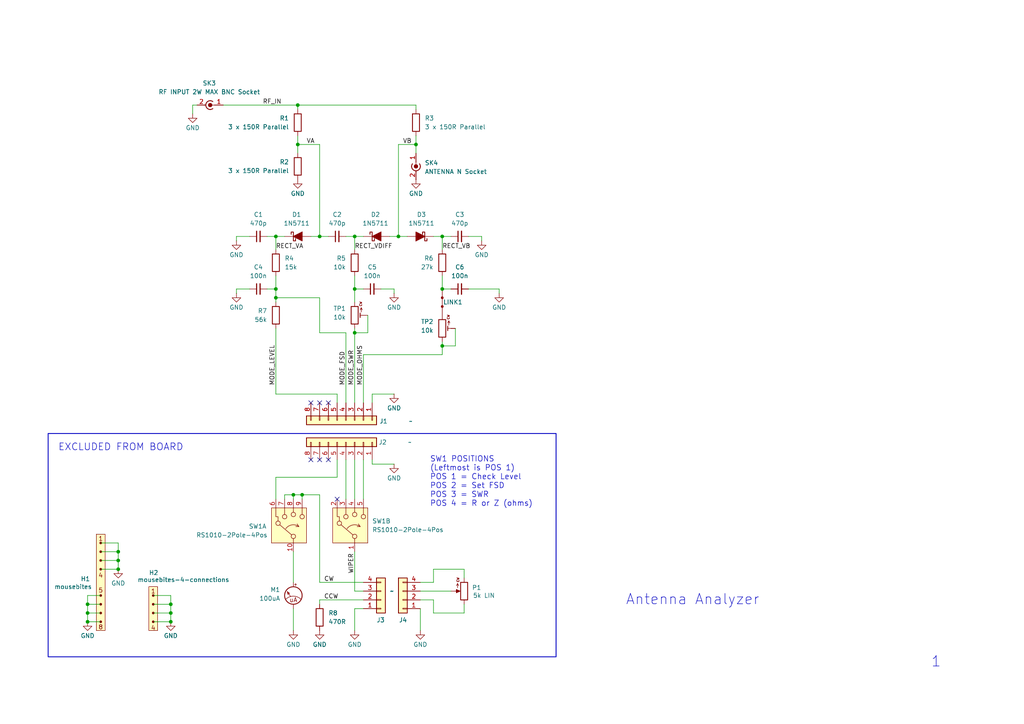
<source format=kicad_sch>
(kicad_sch
	(version 20250114)
	(generator "eeschema")
	(generator_version "9.0")
	(uuid "dd71e3db-39d7-41a3-95e0-3282c7fb05f9")
	(paper "A4")
	(lib_symbols
		(symbol "Connector_Generic:Conn_01x04"
			(pin_names
				(offset 1.016)
				(hide yes)
			)
			(exclude_from_sim no)
			(in_bom yes)
			(on_board yes)
			(property "Reference" "J"
				(at 0 5.08 0)
				(effects
					(font
						(size 1.27 1.27)
					)
				)
			)
			(property "Value" "Conn_01x04"
				(at 0 -7.62 0)
				(effects
					(font
						(size 1.27 1.27)
					)
				)
			)
			(property "Footprint" ""
				(at 0 0 0)
				(effects
					(font
						(size 1.27 1.27)
					)
					(hide yes)
				)
			)
			(property "Datasheet" "~"
				(at 0 0 0)
				(effects
					(font
						(size 1.27 1.27)
					)
					(hide yes)
				)
			)
			(property "Description" "Generic connector, single row, 01x04, script generated (kicad-library-utils/schlib/autogen/connector/)"
				(at 0 0 0)
				(effects
					(font
						(size 1.27 1.27)
					)
					(hide yes)
				)
			)
			(property "ki_keywords" "connector"
				(at 0 0 0)
				(effects
					(font
						(size 1.27 1.27)
					)
					(hide yes)
				)
			)
			(property "ki_fp_filters" "Connector*:*_1x??_*"
				(at 0 0 0)
				(effects
					(font
						(size 1.27 1.27)
					)
					(hide yes)
				)
			)
			(symbol "Conn_01x04_1_1"
				(rectangle
					(start -1.27 3.81)
					(end 1.27 -6.35)
					(stroke
						(width 0.254)
						(type default)
					)
					(fill
						(type background)
					)
				)
				(rectangle
					(start -1.27 2.667)
					(end 0 2.413)
					(stroke
						(width 0.1524)
						(type default)
					)
					(fill
						(type none)
					)
				)
				(rectangle
					(start -1.27 0.127)
					(end 0 -0.127)
					(stroke
						(width 0.1524)
						(type default)
					)
					(fill
						(type none)
					)
				)
				(rectangle
					(start -1.27 -2.413)
					(end 0 -2.667)
					(stroke
						(width 0.1524)
						(type default)
					)
					(fill
						(type none)
					)
				)
				(rectangle
					(start -1.27 -4.953)
					(end 0 -5.207)
					(stroke
						(width 0.1524)
						(type default)
					)
					(fill
						(type none)
					)
				)
				(pin passive line
					(at -5.08 2.54 0)
					(length 3.81)
					(name "Pin_1"
						(effects
							(font
								(size 1.27 1.27)
							)
						)
					)
					(number "1"
						(effects
							(font
								(size 1.27 1.27)
							)
						)
					)
				)
				(pin passive line
					(at -5.08 0 0)
					(length 3.81)
					(name "Pin_2"
						(effects
							(font
								(size 1.27 1.27)
							)
						)
					)
					(number "2"
						(effects
							(font
								(size 1.27 1.27)
							)
						)
					)
				)
				(pin passive line
					(at -5.08 -2.54 0)
					(length 3.81)
					(name "Pin_3"
						(effects
							(font
								(size 1.27 1.27)
							)
						)
					)
					(number "3"
						(effects
							(font
								(size 1.27 1.27)
							)
						)
					)
				)
				(pin passive line
					(at -5.08 -5.08 0)
					(length 3.81)
					(name "Pin_4"
						(effects
							(font
								(size 1.27 1.27)
							)
						)
					)
					(number "4"
						(effects
							(font
								(size 1.27 1.27)
							)
						)
					)
				)
			)
			(embedded_fonts no)
		)
		(symbol "Connector_Generic:Conn_01x08"
			(pin_names
				(offset 1.016)
				(hide yes)
			)
			(exclude_from_sim no)
			(in_bom yes)
			(on_board yes)
			(property "Reference" "J"
				(at 0 10.16 0)
				(effects
					(font
						(size 1.27 1.27)
					)
				)
			)
			(property "Value" "Conn_01x08"
				(at 0 -12.7 0)
				(effects
					(font
						(size 1.27 1.27)
					)
				)
			)
			(property "Footprint" ""
				(at 0 0 0)
				(effects
					(font
						(size 1.27 1.27)
					)
					(hide yes)
				)
			)
			(property "Datasheet" "~"
				(at 0 0 0)
				(effects
					(font
						(size 1.27 1.27)
					)
					(hide yes)
				)
			)
			(property "Description" "Generic connector, single row, 01x08, script generated (kicad-library-utils/schlib/autogen/connector/)"
				(at 0 0 0)
				(effects
					(font
						(size 1.27 1.27)
					)
					(hide yes)
				)
			)
			(property "ki_keywords" "connector"
				(at 0 0 0)
				(effects
					(font
						(size 1.27 1.27)
					)
					(hide yes)
				)
			)
			(property "ki_fp_filters" "Connector*:*_1x??_*"
				(at 0 0 0)
				(effects
					(font
						(size 1.27 1.27)
					)
					(hide yes)
				)
			)
			(symbol "Conn_01x08_1_1"
				(rectangle
					(start -1.27 8.89)
					(end 1.27 -11.43)
					(stroke
						(width 0.254)
						(type default)
					)
					(fill
						(type background)
					)
				)
				(rectangle
					(start -1.27 7.747)
					(end 0 7.493)
					(stroke
						(width 0.1524)
						(type default)
					)
					(fill
						(type none)
					)
				)
				(rectangle
					(start -1.27 5.207)
					(end 0 4.953)
					(stroke
						(width 0.1524)
						(type default)
					)
					(fill
						(type none)
					)
				)
				(rectangle
					(start -1.27 2.667)
					(end 0 2.413)
					(stroke
						(width 0.1524)
						(type default)
					)
					(fill
						(type none)
					)
				)
				(rectangle
					(start -1.27 0.127)
					(end 0 -0.127)
					(stroke
						(width 0.1524)
						(type default)
					)
					(fill
						(type none)
					)
				)
				(rectangle
					(start -1.27 -2.413)
					(end 0 -2.667)
					(stroke
						(width 0.1524)
						(type default)
					)
					(fill
						(type none)
					)
				)
				(rectangle
					(start -1.27 -4.953)
					(end 0 -5.207)
					(stroke
						(width 0.1524)
						(type default)
					)
					(fill
						(type none)
					)
				)
				(rectangle
					(start -1.27 -7.493)
					(end 0 -7.747)
					(stroke
						(width 0.1524)
						(type default)
					)
					(fill
						(type none)
					)
				)
				(rectangle
					(start -1.27 -10.033)
					(end 0 -10.287)
					(stroke
						(width 0.1524)
						(type default)
					)
					(fill
						(type none)
					)
				)
				(pin passive line
					(at -5.08 7.62 0)
					(length 3.81)
					(name "Pin_1"
						(effects
							(font
								(size 1.27 1.27)
							)
						)
					)
					(number "1"
						(effects
							(font
								(size 1.27 1.27)
							)
						)
					)
				)
				(pin passive line
					(at -5.08 5.08 0)
					(length 3.81)
					(name "Pin_2"
						(effects
							(font
								(size 1.27 1.27)
							)
						)
					)
					(number "2"
						(effects
							(font
								(size 1.27 1.27)
							)
						)
					)
				)
				(pin passive line
					(at -5.08 2.54 0)
					(length 3.81)
					(name "Pin_3"
						(effects
							(font
								(size 1.27 1.27)
							)
						)
					)
					(number "3"
						(effects
							(font
								(size 1.27 1.27)
							)
						)
					)
				)
				(pin passive line
					(at -5.08 0 0)
					(length 3.81)
					(name "Pin_4"
						(effects
							(font
								(size 1.27 1.27)
							)
						)
					)
					(number "4"
						(effects
							(font
								(size 1.27 1.27)
							)
						)
					)
				)
				(pin passive line
					(at -5.08 -2.54 0)
					(length 3.81)
					(name "Pin_5"
						(effects
							(font
								(size 1.27 1.27)
							)
						)
					)
					(number "5"
						(effects
							(font
								(size 1.27 1.27)
							)
						)
					)
				)
				(pin passive line
					(at -5.08 -5.08 0)
					(length 3.81)
					(name "Pin_6"
						(effects
							(font
								(size 1.27 1.27)
							)
						)
					)
					(number "6"
						(effects
							(font
								(size 1.27 1.27)
							)
						)
					)
				)
				(pin passive line
					(at -5.08 -7.62 0)
					(length 3.81)
					(name "Pin_7"
						(effects
							(font
								(size 1.27 1.27)
							)
						)
					)
					(number "7"
						(effects
							(font
								(size 1.27 1.27)
							)
						)
					)
				)
				(pin passive line
					(at -5.08 -10.16 0)
					(length 3.81)
					(name "Pin_8"
						(effects
							(font
								(size 1.27 1.27)
							)
						)
					)
					(number "8"
						(effects
							(font
								(size 1.27 1.27)
							)
						)
					)
				)
			)
			(embedded_fonts no)
		)
		(symbol "Device:C_Small"
			(pin_numbers
				(hide yes)
			)
			(pin_names
				(offset 0.254)
				(hide yes)
			)
			(exclude_from_sim no)
			(in_bom yes)
			(on_board yes)
			(property "Reference" "C"
				(at 0.254 1.778 0)
				(effects
					(font
						(size 1.27 1.27)
					)
					(justify left)
				)
			)
			(property "Value" "C_Small"
				(at 0.254 -2.032 0)
				(effects
					(font
						(size 1.27 1.27)
					)
					(justify left)
				)
			)
			(property "Footprint" ""
				(at 0 0 0)
				(effects
					(font
						(size 1.27 1.27)
					)
					(hide yes)
				)
			)
			(property "Datasheet" "~"
				(at 0 0 0)
				(effects
					(font
						(size 1.27 1.27)
					)
					(hide yes)
				)
			)
			(property "Description" "Unpolarized capacitor, small symbol"
				(at 0 0 0)
				(effects
					(font
						(size 1.27 1.27)
					)
					(hide yes)
				)
			)
			(property "ki_keywords" "capacitor cap"
				(at 0 0 0)
				(effects
					(font
						(size 1.27 1.27)
					)
					(hide yes)
				)
			)
			(property "ki_fp_filters" "C_*"
				(at 0 0 0)
				(effects
					(font
						(size 1.27 1.27)
					)
					(hide yes)
				)
			)
			(symbol "C_Small_0_1"
				(polyline
					(pts
						(xy -1.524 0.508) (xy 1.524 0.508)
					)
					(stroke
						(width 0.3048)
						(type default)
					)
					(fill
						(type none)
					)
				)
				(polyline
					(pts
						(xy -1.524 -0.508) (xy 1.524 -0.508)
					)
					(stroke
						(width 0.3302)
						(type default)
					)
					(fill
						(type none)
					)
				)
			)
			(symbol "C_Small_1_1"
				(pin passive line
					(at 0 2.54 270)
					(length 2.032)
					(name "~"
						(effects
							(font
								(size 1.27 1.27)
							)
						)
					)
					(number "1"
						(effects
							(font
								(size 1.27 1.27)
							)
						)
					)
				)
				(pin passive line
					(at 0 -2.54 90)
					(length 2.032)
					(name "~"
						(effects
							(font
								(size 1.27 1.27)
							)
						)
					)
					(number "2"
						(effects
							(font
								(size 1.27 1.27)
							)
						)
					)
				)
			)
			(embedded_fonts no)
		)
		(symbol "Device:R"
			(pin_numbers
				(hide yes)
			)
			(pin_names
				(offset 0)
			)
			(exclude_from_sim no)
			(in_bom yes)
			(on_board yes)
			(property "Reference" "R"
				(at 2.032 0 90)
				(effects
					(font
						(size 1.27 1.27)
					)
				)
			)
			(property "Value" "R"
				(at 0 0 90)
				(effects
					(font
						(size 1.27 1.27)
					)
				)
			)
			(property "Footprint" ""
				(at -1.778 0 90)
				(effects
					(font
						(size 1.27 1.27)
					)
					(hide yes)
				)
			)
			(property "Datasheet" "~"
				(at 0 0 0)
				(effects
					(font
						(size 1.27 1.27)
					)
					(hide yes)
				)
			)
			(property "Description" "Resistor"
				(at 0 0 0)
				(effects
					(font
						(size 1.27 1.27)
					)
					(hide yes)
				)
			)
			(property "ki_keywords" "R res resistor"
				(at 0 0 0)
				(effects
					(font
						(size 1.27 1.27)
					)
					(hide yes)
				)
			)
			(property "ki_fp_filters" "R_*"
				(at 0 0 0)
				(effects
					(font
						(size 1.27 1.27)
					)
					(hide yes)
				)
			)
			(symbol "R_0_1"
				(rectangle
					(start -1.016 -2.54)
					(end 1.016 2.54)
					(stroke
						(width 0.254)
						(type default)
					)
					(fill
						(type none)
					)
				)
			)
			(symbol "R_1_1"
				(pin passive line
					(at 0 3.81 270)
					(length 1.27)
					(name "~"
						(effects
							(font
								(size 1.27 1.27)
							)
						)
					)
					(number "1"
						(effects
							(font
								(size 1.27 1.27)
							)
						)
					)
				)
				(pin passive line
					(at 0 -3.81 90)
					(length 1.27)
					(name "~"
						(effects
							(font
								(size 1.27 1.27)
							)
						)
					)
					(number "2"
						(effects
							(font
								(size 1.27 1.27)
							)
						)
					)
				)
			)
			(embedded_fonts no)
		)
		(symbol "RS1010-symbol-library:RS1010-2Pole-4Pos"
			(pin_names
				(hide yes)
			)
			(exclude_from_sim no)
			(in_bom yes)
			(on_board yes)
			(property "Reference" "SW"
				(at 0 7.62 0)
				(effects
					(font
						(size 1.27 1.27)
					)
				)
			)
			(property "Value" "RS1010-2Pole-4Pos"
				(at 1.27 -5.334 0)
				(effects
					(font
						(size 1.27 1.27)
					)
				)
			)
			(property "Footprint" "RS1010-footprint-library:RS1010"
				(at 0 -7.62 0)
				(effects
					(font
						(size 1.27 1.27)
					)
					(hide yes)
				)
			)
			(property "Datasheet" "~"
				(at 0 -10.16 0)
				(effects
					(font
						(size 1.27 1.27)
					)
					(hide yes)
				)
			)
			(property "Description" "Rotary switch SR10010F RS1010"
				(at 0.254 9.652 0)
				(effects
					(font
						(size 1.27 1.27)
					)
					(hide yes)
				)
			)
			(property "ki_keywords" "Rotary switch RS1010 SR10010F"
				(at 0 0 0)
				(effects
					(font
						(size 1.27 1.27)
					)
					(hide yes)
				)
			)
			(symbol "RS1010-2Pole-4Pos_0_1"
				(polyline
					(pts
						(xy -5.08 0) (xy -3.81 0)
					)
					(stroke
						(width 0)
						(type default)
					)
					(fill
						(type none)
					)
				)
				(circle
					(center -3.175 0)
					(radius 0.635)
					(stroke
						(width 0)
						(type default)
					)
					(fill
						(type none)
					)
				)
				(polyline
					(pts
						(xy -2.7432 0.508) (xy 0.2032 3.9624)
					)
					(stroke
						(width 0)
						(type default)
					)
					(fill
						(type none)
					)
				)
				(arc
					(start -0.9526 2.2225)
					(mid 0.154 0.449)
					(end -0.3176 -1.5875)
					(stroke
						(width 0)
						(type default)
					)
					(fill
						(type none)
					)
				)
				(polyline
					(pts
						(xy -0.3176 -1.5875) (xy -0.3176 -0.6985)
					)
					(stroke
						(width 0)
						(type default)
					)
					(fill
						(type none)
					)
				)
				(polyline
					(pts
						(xy -0.3176 -1.5875) (xy -0.3176 -1.5875)
					)
					(stroke
						(width 0)
						(type default)
					)
					(fill
						(type none)
					)
				)
				(polyline
					(pts
						(xy -0.3176 -1.5875) (xy 0.4444 -1.0795)
					)
					(stroke
						(width 0)
						(type default)
					)
					(fill
						(type none)
					)
				)
				(polyline
					(pts
						(xy 0.3174 -1.5875) (xy 0.3174 -1.5875)
					)
					(stroke
						(width 0)
						(type default)
					)
					(fill
						(type none)
					)
				)
				(circle
					(center 0.635 4.445)
					(radius 0.635)
					(stroke
						(width 0)
						(type default)
					)
					(fill
						(type none)
					)
				)
				(circle
					(center 2.54 2.54)
					(radius 0.635)
					(stroke
						(width 0)
						(type default)
					)
					(fill
						(type none)
					)
				)
				(circle
					(center 2.54 -2.54)
					(radius 0.635)
					(stroke
						(width 0)
						(type default)
					)
					(fill
						(type none)
					)
				)
				(circle
					(center 3.175 0)
					(radius 0.635)
					(stroke
						(width 0)
						(type default)
					)
					(fill
						(type none)
					)
				)
				(polyline
					(pts
						(xy 5.08 5.08) (xy 2.54 5.08) (xy 2.54 4.445) (xy 1.27 4.445)
					)
					(stroke
						(width 0)
						(type default)
					)
					(fill
						(type none)
					)
				)
				(polyline
					(pts
						(xy 5.08 2.54) (xy 3.175 2.54)
					)
					(stroke
						(width 0)
						(type default)
					)
					(fill
						(type none)
					)
				)
				(polyline
					(pts
						(xy 5.08 0) (xy 3.81 0)
					)
					(stroke
						(width 0)
						(type default)
					)
					(fill
						(type none)
					)
				)
				(polyline
					(pts
						(xy 5.08 -2.54) (xy 3.175 -2.54)
					)
					(stroke
						(width 0)
						(type default)
					)
					(fill
						(type none)
					)
				)
			)
			(symbol "RS1010-2Pole-4Pos_1_1"
				(polyline
					(pts
						(xy -5.08 6.35) (xy 5.08 6.35) (xy 5.08 -3.81) (xy -5.08 -3.81) (xy -5.08 6.35) (xy -5.08 6.35)
					)
					(stroke
						(width 0)
						(type default)
					)
					(fill
						(type background)
					)
				)
				(pin passive line
					(at -7.62 0 0)
					(length 2.54)
					(name ""
						(effects
							(font
								(size 1.27 1.27)
							)
						)
					)
					(number "10"
						(effects
							(font
								(size 1.27 1.27)
							)
						)
					)
				)
				(pin passive line
					(at 7.62 5.08 180)
					(length 2.54)
					(name ""
						(effects
							(font
								(size 1.27 1.27)
							)
						)
					)
					(number "6"
						(effects
							(font
								(size 1.27 1.27)
							)
						)
					)
				)
				(pin passive line
					(at 7.62 2.54 180)
					(length 2.54)
					(name ""
						(effects
							(font
								(size 1.27 1.27)
							)
						)
					)
					(number "7"
						(effects
							(font
								(size 1.27 1.27)
							)
						)
					)
				)
				(pin passive line
					(at 7.62 0 180)
					(length 2.54)
					(name ""
						(effects
							(font
								(size 1.27 1.27)
							)
						)
					)
					(number "8"
						(effects
							(font
								(size 1.27 1.27)
							)
						)
					)
				)
				(pin passive line
					(at 7.62 -2.54 180)
					(length 2.54)
					(name ""
						(effects
							(font
								(size 1.27 1.27)
							)
						)
					)
					(number "9"
						(effects
							(font
								(size 1.27 1.27)
							)
						)
					)
				)
			)
			(symbol "RS1010-2Pole-4Pos_2_1"
				(polyline
					(pts
						(xy -5.08 6.35) (xy 5.08 6.35) (xy 5.08 -3.81) (xy -5.08 -3.81) (xy -5.08 6.35) (xy -5.08 6.35)
					)
					(stroke
						(width 0)
						(type default)
					)
					(fill
						(type background)
					)
				)
				(pin passive line
					(at -7.62 0 0)
					(length 2.54)
					(name ""
						(effects
							(font
								(size 1.27 1.27)
							)
						)
					)
					(number "1"
						(effects
							(font
								(size 1.27 1.27)
							)
						)
					)
				)
				(pin passive line
					(at 7.62 5.08 180)
					(length 2.54)
					(name ""
						(effects
							(font
								(size 1.27 1.27)
							)
						)
					)
					(number "2"
						(effects
							(font
								(size 1.27 1.27)
							)
						)
					)
				)
				(pin passive line
					(at 7.62 2.54 180)
					(length 2.54)
					(name ""
						(effects
							(font
								(size 1.27 1.27)
							)
						)
					)
					(number "3"
						(effects
							(font
								(size 1.27 1.27)
							)
						)
					)
				)
				(pin passive line
					(at 7.62 0 180)
					(length 2.54)
					(name ""
						(effects
							(font
								(size 1.27 1.27)
							)
						)
					)
					(number "4"
						(effects
							(font
								(size 1.27 1.27)
							)
						)
					)
				)
				(pin passive line
					(at 7.62 -2.54 180)
					(length 2.54)
					(name ""
						(effects
							(font
								(size 1.27 1.27)
							)
						)
					)
					(number "5"
						(effects
							(font
								(size 1.27 1.27)
							)
						)
					)
				)
			)
			(embedded_fonts no)
		)
		(symbol "User_Global_Symbol_Library:D_Schottky"
			(pin_numbers
				(hide yes)
			)
			(pin_names
				(offset 1.016)
				(hide yes)
			)
			(exclude_from_sim no)
			(in_bom yes)
			(on_board yes)
			(property "Reference" "D"
				(at 0 2.54 0)
				(effects
					(font
						(size 1.27 1.27)
					)
				)
			)
			(property "Value" "D_Schottky"
				(at 0 -2.54 0)
				(effects
					(font
						(size 1.27 1.27)
					)
				)
			)
			(property "Footprint" "User_Global_Library:Diode-SOT-23_Handsoldering"
				(at 0 -6.35 0)
				(effects
					(font
						(size 1.27 1.27)
					)
					(hide yes)
				)
			)
			(property "Datasheet" "~"
				(at 0 0 0)
				(effects
					(font
						(size 1.27 1.27)
					)
					(hide yes)
				)
			)
			(property "Description" "Schottky diode"
				(at 0 0 0)
				(effects
					(font
						(size 1.27 1.27)
					)
					(hide yes)
				)
			)
			(property "ki_keywords" "diode Schottky"
				(at 0 0 0)
				(effects
					(font
						(size 1.27 1.27)
					)
					(hide yes)
				)
			)
			(property "ki_fp_filters" "TO-???* *_Diode_* *SingleDiode* D_*"
				(at 0 0 0)
				(effects
					(font
						(size 1.27 1.27)
					)
					(hide yes)
				)
			)
			(symbol "D_Schottky_0_1"
				(polyline
					(pts
						(xy -1.905 0.635) (xy -1.905 1.27) (xy -1.27 1.27) (xy -1.27 -1.27) (xy -0.635 -1.27) (xy -0.635 -0.635)
					)
					(stroke
						(width 0.254)
						(type default)
					)
					(fill
						(type none)
					)
				)
				(polyline
					(pts
						(xy 1.27 1.27) (xy 1.27 -1.27) (xy -1.27 0) (xy 1.27 1.27)
					)
					(stroke
						(width 0.254)
						(type default)
					)
					(fill
						(type outline)
					)
				)
				(polyline
					(pts
						(xy 1.27 0) (xy -1.27 0)
					)
					(stroke
						(width 0)
						(type default)
					)
					(fill
						(type none)
					)
				)
			)
			(symbol "D_Schottky_1_1"
				(pin passive line
					(at -3.81 0 0)
					(length 2.54)
					(name "K"
						(effects
							(font
								(size 1.27 1.27)
							)
						)
					)
					(number "3"
						(effects
							(font
								(size 1.27 1.27)
							)
						)
					)
				)
				(pin passive line
					(at 3.81 0 180)
					(length 2.54)
					(name "A"
						(effects
							(font
								(size 1.27 1.27)
							)
						)
					)
					(number "1"
						(effects
							(font
								(size 1.27 1.27)
							)
						)
					)
				)
			)
			(embedded_fonts no)
		)
		(symbol "User_Global_Symbol_Library:RF-conn"
			(pin_names
				(offset 1.016)
				(hide yes)
			)
			(exclude_from_sim no)
			(in_bom yes)
			(on_board yes)
			(property "Reference" "J"
				(at -5.08 -1.27 90)
				(effects
					(font
						(size 1.27 1.27)
					)
				)
			)
			(property "Value" "RF-conn"
				(at -3.175 -1.27 90)
				(effects
					(font
						(size 1.27 1.27)
					)
				)
			)
			(property "Footprint" ""
				(at 0 -1.27 0)
				(effects
					(font
						(size 1.27 1.27)
					)
					(hide yes)
				)
			)
			(property "Datasheet" "~"
				(at 0 -1.27 0)
				(effects
					(font
						(size 1.27 1.27)
					)
					(hide yes)
				)
			)
			(property "Description" "coaxial connector (BNC, SMA, SMB, SMC, Cinch/RCA, LEMO, ...)"
				(at 0 0 0)
				(effects
					(font
						(size 1.27 1.27)
					)
					(hide yes)
				)
			)
			(property "ki_keywords" "BNC SMA SMB SMC LEMO coaxial connector CINCH RCA"
				(at 0 0 0)
				(effects
					(font
						(size 1.27 1.27)
					)
					(hide yes)
				)
			)
			(property "ki_fp_filters" "*BNC* *SMA* *SMB* *SMC* *Cinch* *LEMO*"
				(at 0 0 0)
				(effects
					(font
						(size 1.27 1.27)
					)
					(hide yes)
				)
			)
			(symbol "RF-conn_0_1"
				(arc
					(start 1.016 -0.508)
					(mid 1.2048 -0.8684)
					(end 1.27 -1.27)
					(stroke
						(width 0.254)
						(type default)
					)
					(fill
						(type none)
					)
				)
				(polyline
					(pts
						(xy 0 0) (xy 0 -1.27)
					)
					(stroke
						(width 0)
						(type default)
					)
					(fill
						(type none)
					)
				)
				(arc
					(start 1.27 -1.27)
					(mid 0 -2.5345)
					(end -1.27 -1.27)
					(stroke
						(width 0.254)
						(type default)
					)
					(fill
						(type none)
					)
				)
				(arc
					(start -1.27 -1.27)
					(mid -1.2048 -0.8684)
					(end -1.016 -0.508)
					(stroke
						(width 0.254)
						(type default)
					)
					(fill
						(type none)
					)
				)
				(circle
					(center 0 -1.27)
					(radius 0.508)
					(stroke
						(width 0.2032)
						(type default)
					)
					(fill
						(type outline)
					)
				)
				(polyline
					(pts
						(xy 0 -2.54) (xy 0 -3.048)
					)
					(stroke
						(width 0)
						(type default)
					)
					(fill
						(type none)
					)
				)
			)
			(symbol "RF-conn_1_1"
				(pin passive line
					(at 0 2.54 270)
					(length 2.54)
					(name "In"
						(effects
							(font
								(size 1.27 1.27)
							)
						)
					)
					(number "1"
						(effects
							(font
								(size 1.27 1.27)
							)
						)
					)
				)
				(pin passive line
					(at 0 -5.08 90)
					(length 2.54)
					(name "Ext"
						(effects
							(font
								(size 1.27 1.27)
							)
						)
					)
					(number "2"
						(effects
							(font
								(size 1.27 1.27)
							)
						)
					)
				)
			)
			(embedded_fonts no)
		)
		(symbol "User_Global_Symbol_Library:R_Potentiometer"
			(pin_numbers
				(hide yes)
			)
			(pin_names
				(offset 1.016)
				(hide yes)
			)
			(exclude_from_sim no)
			(in_bom yes)
			(on_board yes)
			(property "Reference" "VR"
				(at -4.445 0 90)
				(effects
					(font
						(size 1.27 1.27)
					)
				)
			)
			(property "Value" "R_Potentiometer"
				(at -2.54 0 90)
				(effects
					(font
						(size 1.27 1.27)
					)
				)
			)
			(property "Footprint" "User_Global_Library:Potentiometer_soldersmoke"
				(at 0 0 0)
				(effects
					(font
						(size 1.27 1.27)
					)
					(hide yes)
				)
			)
			(property "Datasheet" "~"
				(at 0 0 0)
				(effects
					(font
						(size 1.27 1.27)
					)
					(hide yes)
				)
			)
			(property "Description" "Potentiometer"
				(at 0 0 0)
				(effects
					(font
						(size 1.27 1.27)
					)
					(hide yes)
				)
			)
			(property "ki_keywords" "resistor variable"
				(at 0 0 0)
				(effects
					(font
						(size 1.27 1.27)
					)
					(hide yes)
				)
			)
			(property "ki_fp_filters" "Potentiometer*"
				(at 0 0 0)
				(effects
					(font
						(size 1.27 1.27)
					)
					(hide yes)
				)
			)
			(symbol "R_Potentiometer_0_1"
				(rectangle
					(start 1.016 2.54)
					(end -1.016 -2.54)
					(stroke
						(width 0.254)
						(type default)
					)
					(fill
						(type none)
					)
				)
				(polyline
					(pts
						(xy 1.143 0) (xy 2.286 0.508) (xy 2.286 -0.508) (xy 1.143 0)
					)
					(stroke
						(width 0)
						(type default)
					)
					(fill
						(type outline)
					)
				)
				(polyline
					(pts
						(xy 1.905 2.2225) (xy 2.2225 1.5875)
					)
					(stroke
						(width 0)
						(type default)
					)
					(fill
						(type none)
					)
				)
				(polyline
					(pts
						(xy 1.905 0.9525) (xy 1.905 2.2225) (xy 1.5875 1.5875)
					)
					(stroke
						(width 0)
						(type default)
					)
					(fill
						(type none)
					)
				)
				(polyline
					(pts
						(xy 2.54 0) (xy 1.524 0)
					)
					(stroke
						(width 0)
						(type default)
					)
					(fill
						(type none)
					)
				)
			)
			(symbol "R_Potentiometer_1_1"
				(text "CW"
					(at 1.778 3.302 900)
					(effects
						(font
							(size 0.635 0.635)
						)
					)
				)
				(pin passive line
					(at 0 3.81 270)
					(length 1.27)
					(name "3"
						(effects
							(font
								(size 1.27 1.27)
							)
						)
					)
					(number "3"
						(effects
							(font
								(size 1.27 1.27)
							)
						)
					)
				)
				(pin passive line
					(at 0 -3.81 90)
					(length 1.27)
					(name "1"
						(effects
							(font
								(size 1.27 1.27)
							)
						)
					)
					(number "1"
						(effects
							(font
								(size 1.27 1.27)
							)
						)
					)
				)
				(pin passive line
					(at 3.81 0 180)
					(length 1.27)
					(name "2"
						(effects
							(font
								(size 1.27 1.27)
							)
						)
					)
					(number "2"
						(effects
							(font
								(size 1.27 1.27)
							)
						)
					)
				)
			)
			(embedded_fonts no)
		)
		(symbol "User_Global_Symbol_Library:R_Trimmer"
			(pin_numbers
				(hide yes)
			)
			(pin_names
				(hide yes)
			)
			(exclude_from_sim no)
			(in_bom yes)
			(on_board yes)
			(property "Reference" "VR"
				(at 3.302 -2.794 0)
				(effects
					(font
						(size 1.27 1.27)
					)
				)
			)
			(property "Value" ""
				(at 0 0 0)
				(effects
					(font
						(size 1.27 1.27)
					)
				)
			)
			(property "Footprint" "User_Global_Library:Potentiometer_Trimmer_Generic_Vertical"
				(at 0 0 0)
				(effects
					(font
						(size 1.27 1.27)
					)
					(hide yes)
				)
			)
			(property "Datasheet" ""
				(at 0 0 0)
				(effects
					(font
						(size 1.27 1.27)
					)
					(hide yes)
				)
			)
			(property "Description" ""
				(at 0 0 0)
				(effects
					(font
						(size 1.27 1.27)
					)
					(hide yes)
				)
			)
			(property "ki_keywords" "3386P"
				(at 0 0 0)
				(effects
					(font
						(size 1.27 1.27)
					)
					(hide yes)
				)
			)
			(symbol "R_Trimmer_0_1"
				(rectangle
					(start -1.016 2.54)
					(end 1.016 -2.54)
					(stroke
						(width 0.254)
						(type default)
					)
					(fill
						(type none)
					)
				)
				(polyline
					(pts
						(xy 1.5875 0.635) (xy 1.5875 -0.635)
					)
					(stroke
						(width 0.254)
						(type default)
					)
					(fill
						(type none)
					)
				)
				(polyline
					(pts
						(xy 1.905 2.2225) (xy 2.2225 1.5875)
					)
					(stroke
						(width 0)
						(type default)
					)
					(fill
						(type none)
					)
				)
				(polyline
					(pts
						(xy 1.905 0.9525) (xy 1.905 2.2225) (xy 1.5875 1.5875)
					)
					(stroke
						(width 0)
						(type default)
					)
					(fill
						(type none)
					)
				)
				(polyline
					(pts
						(xy 2.54 0) (xy 1.524 0)
					)
					(stroke
						(width 0)
						(type default)
					)
					(fill
						(type none)
					)
				)
			)
			(symbol "R_Trimmer_1_1"
				(text "CW"
					(at 1.778 3.302 900)
					(effects
						(font
							(size 0.635 0.635)
						)
					)
				)
				(pin passive line
					(at 0 3.81 270)
					(length 1.27)
					(name "3"
						(effects
							(font
								(size 1.27 1.27)
							)
						)
					)
					(number "3"
						(effects
							(font
								(size 1.27 1.27)
							)
						)
					)
				)
				(pin passive line
					(at 0 -3.81 90)
					(length 1.27)
					(name "1"
						(effects
							(font
								(size 1.27 1.27)
							)
						)
					)
					(number "1"
						(effects
							(font
								(size 1.27 1.27)
							)
						)
					)
				)
				(pin passive line
					(at 3.81 0 180)
					(length 1.27)
					(name "2"
						(effects
							(font
								(size 1.27 1.27)
							)
						)
					)
					(number "2"
						(effects
							(font
								(size 1.27 1.27)
							)
						)
					)
				)
			)
			(embedded_fonts no)
		)
		(symbol "User_Global_Symbol_Library:micro-ammeter-dc"
			(pin_numbers
				(hide yes)
			)
			(pin_names
				(offset 0.0254)
				(hide yes)
			)
			(exclude_from_sim no)
			(in_bom yes)
			(on_board yes)
			(property "Reference" "M"
				(at -3.302 1.016 0)
				(effects
					(font
						(size 1.27 1.27)
					)
					(justify right)
				)
			)
			(property "Value" "micro-ammeter-dc"
				(at -3.302 -0.762 0)
				(effects
					(font
						(size 1.27 1.27)
					)
					(justify right)
				)
			)
			(property "Footprint" ""
				(at 0 2.54 90)
				(effects
					(font
						(size 1.27 1.27)
					)
					(hide yes)
				)
			)
			(property "Datasheet" "~"
				(at 0 2.54 90)
				(effects
					(font
						(size 1.27 1.27)
					)
					(hide yes)
				)
			)
			(property "Description" ""
				(at -0.762 -8.636 0)
				(effects
					(font
						(size 1.27 1.27)
					)
					(hide yes)
				)
			)
			(property "ki_keywords" "ammeter DC ampere meter"
				(at 0 0 0)
				(effects
					(font
						(size 1.27 1.27)
					)
					(hide yes)
				)
			)
			(symbol "micro-ammeter-dc_0_1"
				(polyline
					(pts
						(xy -1.7468 1.1116) (xy -1.588 0.3176) (xy -1.1116 0.6352) (xy -1.7468 1.1116)
					)
					(stroke
						(width 0)
						(type default)
					)
					(fill
						(type outline)
					)
				)
				(polyline
					(pts
						(xy -0.794 -0.3176) (xy -1.7468 1.1116)
					)
					(stroke
						(width 0)
						(type default)
					)
					(fill
						(type none)
					)
				)
				(circle
					(center 0 0)
					(radius 2.54)
					(stroke
						(width 0.254)
						(type default)
					)
					(fill
						(type none)
					)
				)
				(arc
					(start -2.2232 -1.1116)
					(mid 0 -0.1907)
					(end 2.2232 -1.1116)
					(stroke
						(width 0)
						(type default)
					)
					(fill
						(type none)
					)
				)
				(polyline
					(pts
						(xy 0.3176 3.176) (xy 0.9528 3.176)
					)
					(stroke
						(width 0)
						(type default)
					)
					(fill
						(type none)
					)
				)
				(polyline
					(pts
						(xy 0.6352 3.4936) (xy 0.6352 2.8584)
					)
					(stroke
						(width 0)
						(type default)
					)
					(fill
						(type none)
					)
				)
			)
			(symbol "micro-ammeter-dc_1_1"
				(text "uA"
					(at 0 -1.27 0)
					(effects
						(font
							(size 1.27 1.27)
						)
					)
				)
				(pin passive line
					(at 0 3.81 270)
					(length 1.27)
					(name "+"
						(effects
							(font
								(size 1.27 1.27)
							)
						)
					)
					(number "2"
						(effects
							(font
								(size 1.27 1.27)
							)
						)
					)
				)
				(pin passive line
					(at 0 -3.81 90)
					(length 1.27)
					(name "-"
						(effects
							(font
								(size 1.27 1.27)
							)
						)
					)
					(number "1"
						(effects
							(font
								(size 1.27 1.27)
							)
						)
					)
				)
			)
			(embedded_fonts no)
		)
		(symbol "User_Global_Symbol_Library:mousebites-4-connections"
			(pin_numbers
				(hide yes)
			)
			(pin_names
				(offset 1.016)
				(hide yes)
			)
			(exclude_from_sim no)
			(in_bom yes)
			(on_board yes)
			(property "Reference" "H"
				(at 0 15.24 0)
				(effects
					(font
						(size 1.27 1.27)
					)
				)
			)
			(property "Value" "mousebites-4-connections"
				(at 0.254 -0.254 0)
				(effects
					(font
						(size 1.27 1.27)
					)
				)
			)
			(property "Footprint" "User_Global_Library:mousebites-metric-short-trackgap"
				(at 0 -2.54 0)
				(effects
					(font
						(size 1.27 1.27)
					)
					(hide yes)
				)
			)
			(property "Datasheet" "~"
				(at 0 0 0)
				(effects
					(font
						(size 1.27 1.27)
					)
					(hide yes)
				)
			)
			(property "Description" ""
				(at 0 0 0)
				(effects
					(font
						(size 1.27 1.27)
					)
					(hide yes)
				)
			)
			(property "ki_keywords" "connector"
				(at 0 0 0)
				(effects
					(font
						(size 1.27 1.27)
					)
					(hide yes)
				)
			)
			(property "ki_fp_filters" "Connector*:*_1x??_*"
				(at 0 0 0)
				(effects
					(font
						(size 1.27 1.27)
					)
					(hide yes)
				)
			)
			(symbol "mousebites-4-connections_0_1"
				(rectangle
					(start -1.27 13.97)
					(end 1.27 1.27)
					(stroke
						(width 0)
						(type default)
					)
					(fill
						(type background)
					)
				)
				(circle
					(center 0 11.43)
					(radius 0.3)
					(stroke
						(width 0)
						(type default)
					)
					(fill
						(type outline)
					)
				)
				(circle
					(center 0 8.89)
					(radius 0.3)
					(stroke
						(width 0)
						(type default)
					)
					(fill
						(type outline)
					)
				)
				(circle
					(center 0 6.35)
					(radius 0.3)
					(stroke
						(width 0)
						(type default)
					)
					(fill
						(type outline)
					)
				)
				(circle
					(center 0 3.81)
					(radius 0.3)
					(stroke
						(width 0)
						(type default)
					)
					(fill
						(type outline)
					)
				)
			)
			(symbol "mousebites-4-connections_1_1"
				(text "1"
					(at 0 12.7 0)
					(effects
						(font
							(size 1.27 1.27)
						)
					)
				)
				(text "4"
					(at 0 2.032 0)
					(effects
						(font
							(size 1.27 1.27)
						)
					)
				)
				(pin passive line
					(at 0 11.43 0)
					(length 0)
					(name "Pin_1"
						(effects
							(font
								(size 1.27 1.27)
							)
						)
					)
					(number "1"
						(effects
							(font
								(size 1.27 1.27)
							)
						)
					)
				)
				(pin passive line
					(at 0 8.89 0)
					(length 0)
					(name "Pin_2"
						(effects
							(font
								(size 1.27 1.27)
							)
						)
					)
					(number "2"
						(effects
							(font
								(size 1.27 1.27)
							)
						)
					)
				)
				(pin passive line
					(at 0 6.35 0)
					(length 0)
					(name "Pin_3"
						(effects
							(font
								(size 1.27 1.27)
							)
						)
					)
					(number "3"
						(effects
							(font
								(size 1.27 1.27)
							)
						)
					)
				)
				(pin passive line
					(at 0 3.81 0)
					(length 0)
					(name "Pin_4"
						(effects
							(font
								(size 1.27 1.27)
							)
						)
					)
					(number "4"
						(effects
							(font
								(size 1.27 1.27)
							)
						)
					)
				)
			)
			(embedded_fonts no)
		)
		(symbol "User_Global_Symbol_Library:mousebites-8-connections"
			(pin_numbers
				(hide yes)
			)
			(pin_names
				(offset 1.016)
				(hide yes)
			)
			(exclude_from_sim no)
			(in_bom yes)
			(on_board yes)
			(property "Reference" "H"
				(at 0 15.24 0)
				(effects
					(font
						(size 1.27 1.27)
					)
				)
			)
			(property "Value" "mousebites-8-connections"
				(at 0.508 -15.748 0)
				(effects
					(font
						(size 1.27 1.27)
					)
				)
			)
			(property "Footprint" "User_Global_Library:mousebites-metric-long-trackgap"
				(at 0.254 -18.034 0)
				(effects
					(font
						(size 1.27 1.27)
					)
					(hide yes)
				)
			)
			(property "Datasheet" "~"
				(at 0 0 0)
				(effects
					(font
						(size 1.27 1.27)
					)
					(hide yes)
				)
			)
			(property "Description" ""
				(at 0 0 0)
				(effects
					(font
						(size 1.27 1.27)
					)
					(hide yes)
				)
			)
			(property "ki_keywords" "connector"
				(at 0 0 0)
				(effects
					(font
						(size 1.27 1.27)
					)
					(hide yes)
				)
			)
			(property "ki_fp_filters" "Connector*:*_1x??_*"
				(at 0 0 0)
				(effects
					(font
						(size 1.27 1.27)
					)
					(hide yes)
				)
			)
			(symbol "mousebites-8-connections_0_1"
				(rectangle
					(start -1.27 13.97)
					(end 1.27 -13.97)
					(stroke
						(width 0)
						(type default)
					)
					(fill
						(type background)
					)
				)
				(circle
					(center 0 11.43)
					(radius 0.3)
					(stroke
						(width 0)
						(type default)
					)
					(fill
						(type outline)
					)
				)
				(circle
					(center 0 8.89)
					(radius 0.3)
					(stroke
						(width 0)
						(type default)
					)
					(fill
						(type outline)
					)
				)
				(circle
					(center 0 6.35)
					(radius 0.3)
					(stroke
						(width 0)
						(type default)
					)
					(fill
						(type outline)
					)
				)
				(circle
					(center 0 3.81)
					(radius 0.3)
					(stroke
						(width 0)
						(type default)
					)
					(fill
						(type outline)
					)
				)
				(circle
					(center 0 -3.81)
					(radius 0.3)
					(stroke
						(width 0)
						(type default)
					)
					(fill
						(type outline)
					)
				)
				(circle
					(center 0 -6.35)
					(radius 0.3)
					(stroke
						(width 0)
						(type default)
					)
					(fill
						(type outline)
					)
				)
				(circle
					(center 0 -8.89)
					(radius 0.3)
					(stroke
						(width 0)
						(type default)
					)
					(fill
						(type outline)
					)
				)
				(circle
					(center 0 -11.43)
					(radius 0.3)
					(stroke
						(width 0)
						(type default)
					)
					(fill
						(type outline)
					)
				)
			)
			(symbol "mousebites-8-connections_1_1"
				(text "1"
					(at 0 12.7 0)
					(effects
						(font
							(size 1.27 1.27)
						)
					)
				)
				(text "4"
					(at 0 2.032 0)
					(effects
						(font
							(size 1.27 1.27)
						)
					)
				)
				(text "5"
					(at 0 -2.286 0)
					(effects
						(font
							(size 1.27 1.27)
						)
					)
				)
				(text "8"
					(at 0 -12.954 0)
					(effects
						(font
							(size 1.27 1.27)
						)
					)
				)
				(pin passive line
					(at 0 11.43 0)
					(length 0)
					(name "Pin_1"
						(effects
							(font
								(size 1.27 1.27)
							)
						)
					)
					(number "1"
						(effects
							(font
								(size 1.27 1.27)
							)
						)
					)
				)
				(pin passive line
					(at 0 8.89 0)
					(length 0)
					(name "Pin_2"
						(effects
							(font
								(size 1.27 1.27)
							)
						)
					)
					(number "2"
						(effects
							(font
								(size 1.27 1.27)
							)
						)
					)
				)
				(pin passive line
					(at 0 6.35 0)
					(length 0)
					(name "Pin_3"
						(effects
							(font
								(size 1.27 1.27)
							)
						)
					)
					(number "3"
						(effects
							(font
								(size 1.27 1.27)
							)
						)
					)
				)
				(pin passive line
					(at 0 3.81 0)
					(length 0)
					(name "Pin_4"
						(effects
							(font
								(size 1.27 1.27)
							)
						)
					)
					(number "4"
						(effects
							(font
								(size 1.27 1.27)
							)
						)
					)
				)
				(pin passive line
					(at 0 -3.81 0)
					(length 0)
					(name "Pin_1"
						(effects
							(font
								(size 1.27 1.27)
							)
						)
					)
					(number "5"
						(effects
							(font
								(size 1.27 1.27)
							)
						)
					)
				)
				(pin passive line
					(at 0 -6.35 0)
					(length 0)
					(name "Pin_2"
						(effects
							(font
								(size 1.27 1.27)
							)
						)
					)
					(number "6"
						(effects
							(font
								(size 1.27 1.27)
							)
						)
					)
				)
				(pin passive line
					(at 0 -8.89 0)
					(length 0)
					(name "Pin_3"
						(effects
							(font
								(size 1.27 1.27)
							)
						)
					)
					(number "7"
						(effects
							(font
								(size 1.27 1.27)
							)
						)
					)
				)
				(pin passive line
					(at 0 -11.43 0)
					(length 0)
					(name "Pin_4"
						(effects
							(font
								(size 1.27 1.27)
							)
						)
					)
					(number "8"
						(effects
							(font
								(size 1.27 1.27)
							)
						)
					)
				)
			)
			(embedded_fonts no)
		)
		(symbol "User_Global_Symbol_Library:wire-link-shorted"
			(pin_numbers
				(hide yes)
			)
			(pin_names
				(offset 1.016)
				(hide yes)
			)
			(exclude_from_sim no)
			(in_bom yes)
			(on_board yes)
			(property "Reference" "LINK"
				(at 0 2.54 0)
				(effects
					(font
						(size 1.27 1.27)
					)
				)
			)
			(property "Value" "wire-link-shorted"
				(at 0 -3.81 0)
				(effects
					(font
						(size 1.27 1.27)
					)
				)
			)
			(property "Footprint" "User_Global_Library:wire-link-6mm"
				(at -0.762 5.334 0)
				(effects
					(font
						(size 1.27 1.27)
					)
					(hide yes)
				)
			)
			(property "Datasheet" "~"
				(at 0 0 0)
				(effects
					(font
						(size 1.27 1.27)
					)
					(hide yes)
				)
			)
			(property "Description" ""
				(at 0.762 -6.096 0)
				(effects
					(font
						(size 1.27 1.27)
					)
					(hide yes)
				)
			)
			(property "ki_keywords" "short option optional"
				(at 0 0 0)
				(effects
					(font
						(size 1.27 1.27)
					)
					(hide yes)
				)
			)
			(property "ki_fp_filters" "LED* LED_SMD:* LED_THT:*"
				(at 0 0 0)
				(effects
					(font
						(size 1.27 1.27)
					)
					(hide yes)
				)
			)
			(symbol "wire-link-shorted_0_1"
				(circle
					(center -1.2704 0)
					(radius 0.3176)
					(stroke
						(width 0)
						(type default)
					)
					(fill
						(type outline)
					)
				)
				(polyline
					(pts
						(xy -1.2704 0) (xy 1.2704 0)
					)
					(stroke
						(width 0)
						(type default)
					)
					(fill
						(type none)
					)
				)
				(circle
					(center 1.2704 0)
					(radius 0.3176)
					(stroke
						(width 0)
						(type default)
					)
					(fill
						(type outline)
					)
				)
			)
			(symbol "wire-link-shorted_1_1"
				(pin passive line
					(at -3.81 0 0)
					(length 2.54)
					(name "K"
						(effects
							(font
								(size 1.27 1.27)
							)
						)
					)
					(number "1"
						(effects
							(font
								(size 1.27 1.27)
							)
						)
					)
				)
				(pin passive line
					(at 3.81 0 180)
					(length 2.54)
					(name "A"
						(effects
							(font
								(size 1.27 1.27)
							)
						)
					)
					(number "2"
						(effects
							(font
								(size 1.27 1.27)
							)
						)
					)
				)
			)
			(embedded_fonts no)
		)
		(symbol "power:GND"
			(power)
			(pin_numbers
				(hide yes)
			)
			(pin_names
				(offset 0)
				(hide yes)
			)
			(exclude_from_sim no)
			(in_bom yes)
			(on_board yes)
			(property "Reference" "#PWR"
				(at 0 -6.35 0)
				(effects
					(font
						(size 1.27 1.27)
					)
					(hide yes)
				)
			)
			(property "Value" "GND"
				(at 0 -3.81 0)
				(effects
					(font
						(size 1.27 1.27)
					)
				)
			)
			(property "Footprint" ""
				(at 0 0 0)
				(effects
					(font
						(size 1.27 1.27)
					)
					(hide yes)
				)
			)
			(property "Datasheet" ""
				(at 0 0 0)
				(effects
					(font
						(size 1.27 1.27)
					)
					(hide yes)
				)
			)
			(property "Description" "Power symbol creates a global label with name \"GND\" , ground"
				(at 0 0 0)
				(effects
					(font
						(size 1.27 1.27)
					)
					(hide yes)
				)
			)
			(property "ki_keywords" "global power"
				(at 0 0 0)
				(effects
					(font
						(size 1.27 1.27)
					)
					(hide yes)
				)
			)
			(symbol "GND_0_1"
				(polyline
					(pts
						(xy 0 0) (xy 0 -1.27) (xy 1.27 -1.27) (xy 0 -2.54) (xy -1.27 -1.27) (xy 0 -1.27)
					)
					(stroke
						(width 0)
						(type default)
					)
					(fill
						(type none)
					)
				)
			)
			(symbol "GND_1_1"
				(pin power_in line
					(at 0 0 270)
					(length 0)
					(name "~"
						(effects
							(font
								(size 1.27 1.27)
							)
						)
					)
					(number "1"
						(effects
							(font
								(size 1.27 1.27)
							)
						)
					)
				)
			)
			(embedded_fonts no)
		)
	)
	(rectangle
		(start 13.97 125.73)
		(end 161.29 190.5)
		(stroke
			(width 0.254)
			(type default)
		)
		(fill
			(type none)
		)
		(uuid 2feee2dc-4f9c-4f08-bbe7-14793cada0e6)
	)
	(text "Antenna Analyzer"
		(exclude_from_sim no)
		(at 200.914 173.99 0)
		(effects
			(font
				(size 3 3)
			)
		)
		(uuid "7bc6f3f1-ccde-48ed-bd10-a81a5486229e")
	)
	(text "1"
		(exclude_from_sim no)
		(at 271.526 192.024 0)
		(effects
			(font
				(size 3 3)
			)
		)
		(uuid "98210815-8ced-4a19-85f0-472582c6fb5f")
	)
	(text "SW1 POSITIONS\n(Leftmost is POS 1)\nPOS 1 = Check Level\nPOS 2 = Set FSD\nPOS 3 = SWR\nPOS 4 = R or Z (ohms)"
		(exclude_from_sim no)
		(at 124.714 139.7 0)
		(effects
			(font
				(size 1.6 1.6)
			)
			(justify left)
		)
		(uuid "d0fae76c-ec04-417b-b72b-831ecd2a833c")
	)
	(text "EXCLUDED FROM BOARD"
		(exclude_from_sim no)
		(at 35.052 129.794 0)
		(effects
			(font
				(size 2 2)
			)
		)
		(uuid "e80b4f6e-2294-42b0-ad9d-ffa4ef7db627")
	)
	(junction
		(at 80.01 83.82)
		(diameter 0)
		(color 0 0 0 0)
		(uuid "110ec944-3116-4177-89db-b516a41ce452")
	)
	(junction
		(at 25.4 177.8)
		(diameter 0)
		(color 0 0 0 0)
		(uuid "1ae7494b-a869-4165-82fc-d697f6202222")
	)
	(junction
		(at 102.87 68.58)
		(diameter 0)
		(color 0 0 0 0)
		(uuid "221b1bb9-5e22-4ea0-b752-64306895486f")
	)
	(junction
		(at 80.01 68.58)
		(diameter 0)
		(color 0 0 0 0)
		(uuid "281e8f4a-a4c6-4bdb-971c-70758ddb99f9")
	)
	(junction
		(at 128.27 100.33)
		(diameter 0)
		(color 0 0 0 0)
		(uuid "491a903f-5319-4b04-8b13-3bb2ee2d8ee5")
	)
	(junction
		(at 34.29 165.1)
		(diameter 0)
		(color 0 0 0 0)
		(uuid "4ae12775-0649-47f9-9e30-0de6e6400b33")
	)
	(junction
		(at 34.29 162.56)
		(diameter 0)
		(color 0 0 0 0)
		(uuid "5e841d52-aa99-4dc5-84c9-79b54b6b2bb8")
	)
	(junction
		(at 49.53 180.34)
		(diameter 0)
		(color 0 0 0 0)
		(uuid "727b9cbe-c6ed-4aa3-8e92-b58b1d3a8e05")
	)
	(junction
		(at 92.71 68.58)
		(diameter 0)
		(color 0 0 0 0)
		(uuid "756f353a-d80e-4e5e-923f-7de5d513146b")
	)
	(junction
		(at 49.53 177.8)
		(diameter 0)
		(color 0 0 0 0)
		(uuid "8fb8cc63-9ba3-49aa-a889-b9bb08b30e82")
	)
	(junction
		(at 102.87 83.82)
		(diameter 0)
		(color 0 0 0 0)
		(uuid "9427d67a-fca0-4955-9aa3-967e8433d252")
	)
	(junction
		(at 128.27 68.58)
		(diameter 0)
		(color 0 0 0 0)
		(uuid "af962963-58e6-4120-91f5-f026d6d8ee1a")
	)
	(junction
		(at 87.63 143.51)
		(diameter 0)
		(color 0 0 0 0)
		(uuid "bef0e1a5-e3bb-40d9-8ea4-41af6c055781")
	)
	(junction
		(at 80.01 86.36)
		(diameter 0)
		(color 0 0 0 0)
		(uuid "c02b25ed-c524-4e8e-a2f7-f60cf403b7a3")
	)
	(junction
		(at 115.57 68.58)
		(diameter 0)
		(color 0 0 0 0)
		(uuid "cad46df0-bae3-42b4-9725-6f189c2298d9")
	)
	(junction
		(at 25.4 175.26)
		(diameter 0)
		(color 0 0 0 0)
		(uuid "d04a674e-0471-4c22-9cf7-053becf177d9")
	)
	(junction
		(at 25.4 180.34)
		(diameter 0)
		(color 0 0 0 0)
		(uuid "d184a020-2e48-41c5-b22d-e7784cd7831d")
	)
	(junction
		(at 102.87 96.52)
		(diameter 0)
		(color 0 0 0 0)
		(uuid "d689ce12-c860-41d7-aa3b-9ad0026479f9")
	)
	(junction
		(at 34.29 160.02)
		(diameter 0)
		(color 0 0 0 0)
		(uuid "e5271485-c1fb-4c78-b054-6604ec261fb2")
	)
	(junction
		(at 85.09 143.51)
		(diameter 0)
		(color 0 0 0 0)
		(uuid "ea60fa1a-d946-4875-be69-63dec49945c7")
	)
	(junction
		(at 86.36 30.48)
		(diameter 0)
		(color 0 0 0 0)
		(uuid "eae9e5c8-6936-4cba-85aa-9163e7f6a75a")
	)
	(junction
		(at 128.27 83.82)
		(diameter 0)
		(color 0 0 0 0)
		(uuid "eb3f1e40-2293-4e3a-998e-294a403b87c6")
	)
	(junction
		(at 86.36 41.91)
		(diameter 0)
		(color 0 0 0 0)
		(uuid "ec1ac49b-fa6b-4dbd-8a1e-3c1d1bf0e71c")
	)
	(junction
		(at 49.53 175.26)
		(diameter 0)
		(color 0 0 0 0)
		(uuid "f120a36b-db11-4aff-9091-47c88e2f4479")
	)
	(junction
		(at 120.65 41.91)
		(diameter 0)
		(color 0 0 0 0)
		(uuid "f42eecfb-0184-4618-ad33-2b471ffdae51")
	)
	(no_connect
		(at 90.17 116.84)
		(uuid "833245ce-5682-47ec-aa9e-dd074b33bbfb")
	)
	(no_connect
		(at 95.25 116.84)
		(uuid "8ed0c302-c342-44e5-83d4-7ad710ede4e4")
	)
	(no_connect
		(at 95.25 133.35)
		(uuid "9e701fb2-e9c8-4692-b78c-246e708a38ab")
	)
	(no_connect
		(at 92.71 133.35)
		(uuid "ac23347b-3e68-4fd6-b699-e10f8db8cc61")
	)
	(no_connect
		(at 92.71 116.84)
		(uuid "b9847aa9-f163-4c30-8a0e-6ddb986a3033")
	)
	(no_connect
		(at 90.17 133.35)
		(uuid "ddf8aa2e-d5c1-4a2e-bf21-fa2e1477eeb8")
	)
	(no_connect
		(at 97.79 144.78)
		(uuid "e21f7386-aabb-4168-b2ed-98cf1d6c7ae2")
	)
	(wire
		(pts
			(xy 97.79 114.3) (xy 97.79 116.84)
		)
		(stroke
			(width 0)
			(type default)
		)
		(uuid "0183cec0-d294-4ac8-9f79-f39f51f4e814")
	)
	(wire
		(pts
			(xy 135.89 68.58) (xy 139.7 68.58)
		)
		(stroke
			(width 0)
			(type default)
		)
		(uuid "05f7f0e9-3825-4a64-b1c6-3409ae18dd22")
	)
	(wire
		(pts
			(xy 87.63 143.51) (xy 87.63 144.78)
		)
		(stroke
			(width 0)
			(type default)
		)
		(uuid "0d1d3cd8-d7c0-4d98-94be-2827f617b0c1")
	)
	(wire
		(pts
			(xy 55.88 30.48) (xy 55.88 33.02)
		)
		(stroke
			(width 0)
			(type default)
		)
		(uuid "0df615b1-ec9e-46ec-b6c8-bba590c34e3b")
	)
	(wire
		(pts
			(xy 102.87 80.01) (xy 102.87 83.82)
		)
		(stroke
			(width 0)
			(type default)
		)
		(uuid "10288640-85ac-41c0-a0a9-948c1f322d52")
	)
	(wire
		(pts
			(xy 44.45 175.26) (xy 49.53 175.26)
		)
		(stroke
			(width 0)
			(type default)
		)
		(uuid "19215fc6-1701-4543-a1b6-8a29e78aec0b")
	)
	(wire
		(pts
			(xy 128.27 68.58) (xy 128.27 72.39)
		)
		(stroke
			(width 0)
			(type default)
		)
		(uuid "19babc70-02a4-4099-a5b2-9d90bd9d5ae9")
	)
	(wire
		(pts
			(xy 29.21 172.72) (xy 25.4 172.72)
		)
		(stroke
			(width 0)
			(type default)
		)
		(uuid "1c07bc30-acda-4449-9320-30a4444657f3")
	)
	(wire
		(pts
			(xy 128.27 83.82) (xy 130.81 83.82)
		)
		(stroke
			(width 0)
			(type default)
		)
		(uuid "1d85b710-e555-43cf-8cd8-fde6d33fec6f")
	)
	(wire
		(pts
			(xy 29.21 160.02) (xy 34.29 160.02)
		)
		(stroke
			(width 0)
			(type default)
		)
		(uuid "1e61060c-c398-45f7-902e-fde8eaf07886")
	)
	(wire
		(pts
			(xy 92.71 168.91) (xy 92.71 143.51)
		)
		(stroke
			(width 0)
			(type default)
		)
		(uuid "1fb0ec9e-3590-4bd1-97a0-5abc72c7c26d")
	)
	(wire
		(pts
			(xy 128.27 100.33) (xy 132.08 100.33)
		)
		(stroke
			(width 0)
			(type default)
		)
		(uuid "22073d7e-f983-45fc-9fcf-e4098528a5f2")
	)
	(wire
		(pts
			(xy 102.87 176.53) (xy 102.87 182.88)
		)
		(stroke
			(width 0)
			(type default)
		)
		(uuid "22e964df-9584-46a1-93e7-570c1dcfd9a6")
	)
	(wire
		(pts
			(xy 86.36 39.37) (xy 86.36 41.91)
		)
		(stroke
			(width 0)
			(type default)
		)
		(uuid "2770681c-e998-402b-afbc-5c48b4c6f2b9")
	)
	(wire
		(pts
			(xy 113.03 68.58) (xy 115.57 68.58)
		)
		(stroke
			(width 0)
			(type default)
		)
		(uuid "2773fb9e-f541-4b9f-a426-27d3fb8252c8")
	)
	(wire
		(pts
			(xy 134.62 177.8) (xy 134.62 175.26)
		)
		(stroke
			(width 0)
			(type default)
		)
		(uuid "27aabcea-9a15-442c-ad62-dcb7c71ea1b7")
	)
	(wire
		(pts
			(xy 121.92 168.91) (xy 125.73 168.91)
		)
		(stroke
			(width 0)
			(type default)
		)
		(uuid "2a836e29-c13d-48ea-9878-282fa59d9efc")
	)
	(wire
		(pts
			(xy 105.41 173.99) (xy 92.71 173.99)
		)
		(stroke
			(width 0)
			(type default)
		)
		(uuid "301f6f0f-d9ed-4bdd-bda3-3a266a56a4c8")
	)
	(wire
		(pts
			(xy 49.53 175.26) (xy 49.53 177.8)
		)
		(stroke
			(width 0)
			(type default)
		)
		(uuid "316baa1e-00dd-4096-8b19-c27209b552a2")
	)
	(wire
		(pts
			(xy 77.47 83.82) (xy 80.01 83.82)
		)
		(stroke
			(width 0)
			(type default)
		)
		(uuid "32e03655-d9d9-484d-b095-55830225277e")
	)
	(wire
		(pts
			(xy 135.89 83.82) (xy 144.78 83.82)
		)
		(stroke
			(width 0)
			(type default)
		)
		(uuid "3b696907-fa49-4f80-ab48-c7182c3560a0")
	)
	(wire
		(pts
			(xy 25.4 172.72) (xy 25.4 175.26)
		)
		(stroke
			(width 0)
			(type default)
		)
		(uuid "3d526c20-c9f1-471f-83a5-e69248067489")
	)
	(wire
		(pts
			(xy 125.73 165.1) (xy 134.62 165.1)
		)
		(stroke
			(width 0)
			(type default)
		)
		(uuid "42744681-aca1-448e-86eb-5763b027f2ef")
	)
	(wire
		(pts
			(xy 44.45 180.34) (xy 49.53 180.34)
		)
		(stroke
			(width 0)
			(type default)
		)
		(uuid "4515f88e-a01b-4e53-9896-a0611d45fe1b")
	)
	(wire
		(pts
			(xy 25.4 175.26) (xy 25.4 177.8)
		)
		(stroke
			(width 0)
			(type default)
		)
		(uuid "481848ae-3347-4658-82d2-7db69c8688bf")
	)
	(wire
		(pts
			(xy 85.09 176.53) (xy 85.09 182.88)
		)
		(stroke
			(width 0)
			(type default)
		)
		(uuid "486444b1-e376-4e61-9027-aa47c1559874")
	)
	(wire
		(pts
			(xy 128.27 99.06) (xy 128.27 100.33)
		)
		(stroke
			(width 0)
			(type default)
		)
		(uuid "4d94f522-a92f-45c2-a6ee-9d01f3601065")
	)
	(wire
		(pts
			(xy 82.55 144.78) (xy 82.55 143.51)
		)
		(stroke
			(width 0)
			(type default)
		)
		(uuid "50fb9941-4ad8-4897-9441-0a6feeeaae5e")
	)
	(wire
		(pts
			(xy 121.92 171.45) (xy 130.81 171.45)
		)
		(stroke
			(width 0)
			(type default)
		)
		(uuid "51713f6c-4059-46ea-86ef-300f17416383")
	)
	(wire
		(pts
			(xy 115.57 68.58) (xy 118.11 68.58)
		)
		(stroke
			(width 0)
			(type default)
		)
		(uuid "526c5d22-d0d4-44d5-bd01-8d803c4896d4")
	)
	(wire
		(pts
			(xy 29.21 157.48) (xy 34.29 157.48)
		)
		(stroke
			(width 0)
			(type default)
		)
		(uuid "530d5de5-1bd0-467b-9917-a33e6f70f9db")
	)
	(wire
		(pts
			(xy 29.21 177.8) (xy 25.4 177.8)
		)
		(stroke
			(width 0)
			(type default)
		)
		(uuid "53c384bf-b76c-48e5-b059-0292a5ffc950")
	)
	(wire
		(pts
			(xy 77.47 68.58) (xy 80.01 68.58)
		)
		(stroke
			(width 0)
			(type default)
		)
		(uuid "53e4770f-b901-4e2b-81cb-4e13bd2f1f1c")
	)
	(wire
		(pts
			(xy 49.53 177.8) (xy 49.53 180.34)
		)
		(stroke
			(width 0)
			(type default)
		)
		(uuid "5672685f-9ec6-4dcc-be7e-a88137004867")
	)
	(wire
		(pts
			(xy 85.09 143.51) (xy 85.09 144.78)
		)
		(stroke
			(width 0)
			(type default)
		)
		(uuid "5721855f-7116-4fbd-9251-dca3c4d22610")
	)
	(wire
		(pts
			(xy 102.87 160.02) (xy 102.87 171.45)
		)
		(stroke
			(width 0)
			(type default)
		)
		(uuid "57b525f8-1812-4b1e-a43b-17ff0525454d")
	)
	(wire
		(pts
			(xy 80.01 86.36) (xy 80.01 87.63)
		)
		(stroke
			(width 0)
			(type default)
		)
		(uuid "581dcc8b-9c70-4d7b-8325-77118e4d0d6a")
	)
	(wire
		(pts
			(xy 92.71 86.36) (xy 92.71 96.52)
		)
		(stroke
			(width 0)
			(type default)
		)
		(uuid "596baeb3-1fc0-4f54-a9c9-916d893b887e")
	)
	(wire
		(pts
			(xy 97.79 138.43) (xy 97.79 133.35)
		)
		(stroke
			(width 0)
			(type default)
		)
		(uuid "597b9f0a-4b0d-48fb-9ea3-9903451e7f0c")
	)
	(wire
		(pts
			(xy 29.21 175.26) (xy 25.4 175.26)
		)
		(stroke
			(width 0)
			(type default)
		)
		(uuid "62f57ea4-0ef7-4804-b39e-bd47448e86b3")
	)
	(wire
		(pts
			(xy 102.87 133.35) (xy 102.87 144.78)
		)
		(stroke
			(width 0)
			(type default)
		)
		(uuid "635218d4-4414-4e6a-b286-1c72ce3d945a")
	)
	(wire
		(pts
			(xy 102.87 68.58) (xy 105.41 68.58)
		)
		(stroke
			(width 0)
			(type default)
		)
		(uuid "66111e8e-5c80-469c-b329-20cb7e656b51")
	)
	(wire
		(pts
			(xy 102.87 83.82) (xy 105.41 83.82)
		)
		(stroke
			(width 0)
			(type default)
		)
		(uuid "69c58e45-4794-4e5f-b6a1-daa565864a99")
	)
	(wire
		(pts
			(xy 100.33 96.52) (xy 100.33 116.84)
		)
		(stroke
			(width 0)
			(type default)
		)
		(uuid "6a76c554-bb3c-4650-9513-654cf8657a43")
	)
	(wire
		(pts
			(xy 34.29 157.48) (xy 34.29 160.02)
		)
		(stroke
			(width 0)
			(type default)
		)
		(uuid "6a9e030a-d9ab-4bf1-8d42-d2b5a924694d")
	)
	(wire
		(pts
			(xy 105.41 102.87) (xy 105.41 116.84)
		)
		(stroke
			(width 0)
			(type default)
		)
		(uuid "6b3d3db9-6bb2-4a09-8291-f5838658d94a")
	)
	(wire
		(pts
			(xy 92.71 41.91) (xy 92.71 68.58)
		)
		(stroke
			(width 0)
			(type default)
		)
		(uuid "6ba11b69-0c79-4942-b695-12876ecdd90d")
	)
	(wire
		(pts
			(xy 80.01 68.58) (xy 80.01 72.39)
		)
		(stroke
			(width 0)
			(type default)
		)
		(uuid "6c56a4e5-b210-4378-af26-a02d74b0c21c")
	)
	(wire
		(pts
			(xy 105.41 102.87) (xy 128.27 102.87)
		)
		(stroke
			(width 0)
			(type default)
		)
		(uuid "7025ecdc-a9f2-4fe3-9621-d9d58528a7dc")
	)
	(wire
		(pts
			(xy 134.62 165.1) (xy 134.62 167.64)
		)
		(stroke
			(width 0)
			(type default)
		)
		(uuid "731d395e-5e63-4d01-b9f3-3a2cc09e2f31")
	)
	(wire
		(pts
			(xy 125.73 177.8) (xy 134.62 177.8)
		)
		(stroke
			(width 0)
			(type default)
		)
		(uuid "76ae2eb8-e4bb-436e-80ce-deed1ca82977")
	)
	(wire
		(pts
			(xy 139.7 68.58) (xy 139.7 69.85)
		)
		(stroke
			(width 0)
			(type default)
		)
		(uuid "7917af15-5572-4a86-b294-995033e324af")
	)
	(wire
		(pts
			(xy 80.01 83.82) (xy 80.01 80.01)
		)
		(stroke
			(width 0)
			(type default)
		)
		(uuid "7a9059a1-ebea-424f-86a6-ce3132d5f8e7")
	)
	(wire
		(pts
			(xy 86.36 41.91) (xy 92.71 41.91)
		)
		(stroke
			(width 0)
			(type default)
		)
		(uuid "7af6b3e1-2562-4604-9de2-7fea8c0198e3")
	)
	(wire
		(pts
			(xy 68.58 68.58) (xy 68.58 69.85)
		)
		(stroke
			(width 0)
			(type default)
		)
		(uuid "7b3ecee2-05d6-4f08-8770-b9d044a75598")
	)
	(wire
		(pts
			(xy 102.87 68.58) (xy 102.87 72.39)
		)
		(stroke
			(width 0)
			(type default)
		)
		(uuid "7ece628b-7924-4921-892a-cfdee5879c95")
	)
	(wire
		(pts
			(xy 115.57 41.91) (xy 120.65 41.91)
		)
		(stroke
			(width 0)
			(type default)
		)
		(uuid "83c665b3-aa1c-40ec-bd0e-a480551c809a")
	)
	(wire
		(pts
			(xy 44.45 172.72) (xy 49.53 172.72)
		)
		(stroke
			(width 0)
			(type default)
		)
		(uuid "8696b827-121f-4e64-863e-4eebe539b85d")
	)
	(wire
		(pts
			(xy 72.39 68.58) (xy 68.58 68.58)
		)
		(stroke
			(width 0)
			(type default)
		)
		(uuid "8b5b0da7-247d-4f08-88f5-3e21be2199a1")
	)
	(wire
		(pts
			(xy 92.71 143.51) (xy 87.63 143.51)
		)
		(stroke
			(width 0)
			(type default)
		)
		(uuid "8cfa13c8-298f-4881-9772-96be02aaccd8")
	)
	(wire
		(pts
			(xy 92.71 96.52) (xy 100.33 96.52)
		)
		(stroke
			(width 0)
			(type default)
		)
		(uuid "8e23733a-7f2c-4440-bc8f-a20430632d1a")
	)
	(wire
		(pts
			(xy 64.77 30.48) (xy 86.36 30.48)
		)
		(stroke
			(width 0)
			(type default)
		)
		(uuid "905192bb-5cf1-4b5e-8838-7d92189106c6")
	)
	(wire
		(pts
			(xy 102.87 83.82) (xy 102.87 87.63)
		)
		(stroke
			(width 0)
			(type default)
		)
		(uuid "91b72c16-fc3f-4aa0-96a2-01b5acea2081")
	)
	(wire
		(pts
			(xy 121.92 182.88) (xy 121.92 176.53)
		)
		(stroke
			(width 0)
			(type default)
		)
		(uuid "92e8416f-15a4-483d-9038-df1178d13584")
	)
	(wire
		(pts
			(xy 114.3 83.82) (xy 114.3 85.09)
		)
		(stroke
			(width 0)
			(type default)
		)
		(uuid "9629b77d-576c-49dc-b103-4b8da401f227")
	)
	(wire
		(pts
			(xy 68.58 83.82) (xy 68.58 85.09)
		)
		(stroke
			(width 0)
			(type default)
		)
		(uuid "96379356-8407-44be-bb7c-ef29979d2142")
	)
	(wire
		(pts
			(xy 110.49 83.82) (xy 114.3 83.82)
		)
		(stroke
			(width 0)
			(type default)
		)
		(uuid "990992d7-09f7-412f-8781-97adb1992a23")
	)
	(wire
		(pts
			(xy 120.65 41.91) (xy 120.65 44.45)
		)
		(stroke
			(width 0)
			(type default)
		)
		(uuid "9c639d69-37bc-4017-8f3e-d16d5347c8f4")
	)
	(wire
		(pts
			(xy 86.36 30.48) (xy 120.65 30.48)
		)
		(stroke
			(width 0)
			(type default)
		)
		(uuid "9fb2fa9e-90fd-46aa-9185-50c7624a5fef")
	)
	(wire
		(pts
			(xy 107.95 134.62) (xy 107.95 133.35)
		)
		(stroke
			(width 0)
			(type default)
		)
		(uuid "9ffe803b-77c5-4b1b-b86f-a4272fac07c4")
	)
	(wire
		(pts
			(xy 125.73 68.58) (xy 128.27 68.58)
		)
		(stroke
			(width 0)
			(type default)
		)
		(uuid "a1613ad7-e0c9-4380-80df-47db43425b75")
	)
	(wire
		(pts
			(xy 128.27 68.58) (xy 130.81 68.58)
		)
		(stroke
			(width 0)
			(type default)
		)
		(uuid "abf3a07f-822d-4f92-a5f0-51627ea0758f")
	)
	(wire
		(pts
			(xy 121.92 173.99) (xy 125.73 173.99)
		)
		(stroke
			(width 0)
			(type default)
		)
		(uuid "ac5e39b6-78e8-4aef-870e-9e30e98cb0dd")
	)
	(wire
		(pts
			(xy 102.87 95.25) (xy 102.87 96.52)
		)
		(stroke
			(width 0)
			(type default)
		)
		(uuid "b20f0b3b-b945-44eb-8a30-dc318230d8f9")
	)
	(wire
		(pts
			(xy 105.41 133.35) (xy 105.41 144.78)
		)
		(stroke
			(width 0)
			(type default)
		)
		(uuid "b49255b1-0a93-4a0c-bdd5-c2533622bef9")
	)
	(wire
		(pts
			(xy 144.78 83.82) (xy 144.78 85.09)
		)
		(stroke
			(width 0)
			(type default)
		)
		(uuid "b5010202-84a1-4a0c-9110-7d8f4de5b91e")
	)
	(wire
		(pts
			(xy 80.01 138.43) (xy 80.01 144.78)
		)
		(stroke
			(width 0)
			(type default)
		)
		(uuid "b760978b-f83b-4ac3-82b4-a9877daedf71")
	)
	(wire
		(pts
			(xy 100.33 133.35) (xy 100.33 144.78)
		)
		(stroke
			(width 0)
			(type default)
		)
		(uuid "b7d71a70-b3b4-4363-9ff6-9ece598b629b")
	)
	(wire
		(pts
			(xy 80.01 86.36) (xy 92.71 86.36)
		)
		(stroke
			(width 0)
			(type default)
		)
		(uuid "b7fe684f-8db3-46e0-b711-b80f4e5e33ab")
	)
	(wire
		(pts
			(xy 25.4 177.8) (xy 25.4 180.34)
		)
		(stroke
			(width 0)
			(type default)
		)
		(uuid "b9395f45-03eb-48c6-98a0-de260616337c")
	)
	(wire
		(pts
			(xy 80.01 138.43) (xy 97.79 138.43)
		)
		(stroke
			(width 0)
			(type default)
		)
		(uuid "ba15cda6-d0ba-44e3-a9ad-e1dccfe1f346")
	)
	(wire
		(pts
			(xy 125.73 168.91) (xy 125.73 165.1)
		)
		(stroke
			(width 0)
			(type default)
		)
		(uuid "babd3b0d-d239-4b20-9ed4-92b3a8835df3")
	)
	(wire
		(pts
			(xy 80.01 83.82) (xy 80.01 86.36)
		)
		(stroke
			(width 0)
			(type default)
		)
		(uuid "bdd6e7ec-9c2d-4e9f-8397-b6f466999ccc")
	)
	(wire
		(pts
			(xy 34.29 162.56) (xy 34.29 165.1)
		)
		(stroke
			(width 0)
			(type default)
		)
		(uuid "be2aaa19-69cb-4955-a809-6554ac20787f")
	)
	(wire
		(pts
			(xy 132.08 100.33) (xy 132.08 95.25)
		)
		(stroke
			(width 0)
			(type default)
		)
		(uuid "c038df07-e945-4fc8-92d6-74bc79c8cf08")
	)
	(wire
		(pts
			(xy 114.3 114.3) (xy 107.95 114.3)
		)
		(stroke
			(width 0)
			(type default)
		)
		(uuid "c48f7ad7-c572-474f-92e9-7e8836fe16fa")
	)
	(wire
		(pts
			(xy 86.36 41.91) (xy 86.36 44.45)
		)
		(stroke
			(width 0)
			(type default)
		)
		(uuid "c90c4008-a8ad-419a-acda-752e82b7b6f3")
	)
	(wire
		(pts
			(xy 107.95 114.3) (xy 107.95 116.84)
		)
		(stroke
			(width 0)
			(type default)
		)
		(uuid "ca11068f-85eb-41f9-b7e3-3ebb671efa89")
	)
	(wire
		(pts
			(xy 80.01 95.25) (xy 80.01 114.3)
		)
		(stroke
			(width 0)
			(type default)
		)
		(uuid "cc43d39c-ef33-4723-b366-0d7fe14a93c5")
	)
	(wire
		(pts
			(xy 102.87 96.52) (xy 102.87 116.84)
		)
		(stroke
			(width 0)
			(type default)
		)
		(uuid "cd247b13-44f2-4aee-917d-27b88f62773c")
	)
	(wire
		(pts
			(xy 120.65 39.37) (xy 120.65 41.91)
		)
		(stroke
			(width 0)
			(type default)
		)
		(uuid "ce227f6b-4994-4f76-8430-27b539c13306")
	)
	(wire
		(pts
			(xy 80.01 114.3) (xy 97.79 114.3)
		)
		(stroke
			(width 0)
			(type default)
		)
		(uuid "cf99fcc5-3753-4c10-9351-a1eb025f60c7")
	)
	(wire
		(pts
			(xy 128.27 80.01) (xy 128.27 83.82)
		)
		(stroke
			(width 0)
			(type default)
		)
		(uuid "d2815889-348b-4766-bd57-ac99a96276be")
	)
	(wire
		(pts
			(xy 34.29 160.02) (xy 34.29 162.56)
		)
		(stroke
			(width 0)
			(type default)
		)
		(uuid "d78b39eb-1a04-4915-9d0f-e21f04eab6ec")
	)
	(wire
		(pts
			(xy 105.41 176.53) (xy 102.87 176.53)
		)
		(stroke
			(width 0)
			(type default)
		)
		(uuid "da4f3cd6-bb35-481c-b10f-e08c68607d56")
	)
	(wire
		(pts
			(xy 72.39 83.82) (xy 68.58 83.82)
		)
		(stroke
			(width 0)
			(type default)
		)
		(uuid "de5f90cb-7f3c-4c8d-9a91-ca7156539fae")
	)
	(wire
		(pts
			(xy 106.68 96.52) (xy 106.68 91.44)
		)
		(stroke
			(width 0)
			(type default)
		)
		(uuid "e01219bb-e7a8-4923-8924-2335577e8fec")
	)
	(wire
		(pts
			(xy 29.21 165.1) (xy 34.29 165.1)
		)
		(stroke
			(width 0)
			(type default)
		)
		(uuid "e04947fd-0fb7-41bc-bcd1-d3de196a8fee")
	)
	(wire
		(pts
			(xy 85.09 143.51) (xy 87.63 143.51)
		)
		(stroke
			(width 0)
			(type default)
		)
		(uuid "e09e1cd4-4bd9-46d6-bede-ffdc015a58ad")
	)
	(wire
		(pts
			(xy 85.09 160.02) (xy 85.09 168.91)
		)
		(stroke
			(width 0)
			(type default)
		)
		(uuid "e2118738-dbd1-487b-bc69-2415af239e72")
	)
	(wire
		(pts
			(xy 102.87 171.45) (xy 105.41 171.45)
		)
		(stroke
			(width 0)
			(type default)
		)
		(uuid "e21502de-1373-4dc1-b2fc-2022fc7a410f")
	)
	(wire
		(pts
			(xy 100.33 68.58) (xy 102.87 68.58)
		)
		(stroke
			(width 0)
			(type default)
		)
		(uuid "e2cb1e36-972b-4829-ba1c-1b5e0f690ba2")
	)
	(wire
		(pts
			(xy 80.01 68.58) (xy 82.55 68.58)
		)
		(stroke
			(width 0)
			(type default)
		)
		(uuid "e3ec2dbe-92e7-42e2-b8ee-686c68b5aa3c")
	)
	(wire
		(pts
			(xy 49.53 172.72) (xy 49.53 175.26)
		)
		(stroke
			(width 0)
			(type default)
		)
		(uuid "e499f388-a603-42e1-802c-2d1b7d0a21d7")
	)
	(wire
		(pts
			(xy 92.71 173.99) (xy 92.71 175.26)
		)
		(stroke
			(width 0)
			(type default)
		)
		(uuid "e7563e1f-a332-4eeb-86d4-0e9f5a04a57b")
	)
	(wire
		(pts
			(xy 105.41 168.91) (xy 92.71 168.91)
		)
		(stroke
			(width 0)
			(type default)
		)
		(uuid "e85bd7ea-1931-4f6a-8b0c-ac2dcb1e5cff")
	)
	(wire
		(pts
			(xy 128.27 102.87) (xy 128.27 100.33)
		)
		(stroke
			(width 0)
			(type default)
		)
		(uuid "e9b0e259-47b3-47d5-aaa1-7d8ae18f0ebf")
	)
	(wire
		(pts
			(xy 114.3 134.62) (xy 107.95 134.62)
		)
		(stroke
			(width 0)
			(type default)
		)
		(uuid "f12e0d55-3f61-45f6-80a1-15433b2705f1")
	)
	(wire
		(pts
			(xy 25.4 180.34) (xy 29.21 180.34)
		)
		(stroke
			(width 0)
			(type default)
		)
		(uuid "f2938c87-a566-4e69-a8ce-2423f3be8759")
	)
	(wire
		(pts
			(xy 82.55 143.51) (xy 85.09 143.51)
		)
		(stroke
			(width 0)
			(type default)
		)
		(uuid "f3231918-4f21-40dd-9600-4df96545da3e")
	)
	(wire
		(pts
			(xy 125.73 173.99) (xy 125.73 177.8)
		)
		(stroke
			(width 0)
			(type default)
		)
		(uuid "f4335bc9-cd99-4409-a0d8-da95552a9cf3")
	)
	(wire
		(pts
			(xy 92.71 68.58) (xy 90.17 68.58)
		)
		(stroke
			(width 0)
			(type default)
		)
		(uuid "f5d178a8-68c5-45e8-8a50-5d7c10a65c5e")
	)
	(wire
		(pts
			(xy 102.87 96.52) (xy 106.68 96.52)
		)
		(stroke
			(width 0)
			(type default)
		)
		(uuid "f7403311-0351-4bcc-a049-71a96d2639b7")
	)
	(wire
		(pts
			(xy 44.45 177.8) (xy 49.53 177.8)
		)
		(stroke
			(width 0)
			(type default)
		)
		(uuid "f770102b-d198-477e-af5f-132e078806b1")
	)
	(wire
		(pts
			(xy 57.15 30.48) (xy 55.88 30.48)
		)
		(stroke
			(width 0)
			(type default)
		)
		(uuid "f80679a4-5032-40cc-9ccf-79729893a5a9")
	)
	(wire
		(pts
			(xy 115.57 68.58) (xy 115.57 41.91)
		)
		(stroke
			(width 0)
			(type default)
		)
		(uuid "f8bbb91b-3c2e-4d90-943e-bb6eb7897452")
	)
	(wire
		(pts
			(xy 120.65 31.75) (xy 120.65 30.48)
		)
		(stroke
			(width 0)
			(type default)
		)
		(uuid "fa9f00cc-d142-40ea-b9b2-15fb4d58f6c0")
	)
	(wire
		(pts
			(xy 29.21 162.56) (xy 34.29 162.56)
		)
		(stroke
			(width 0)
			(type default)
		)
		(uuid "fcc43d5b-cac4-4c22-8a68-8f861687dcb2")
	)
	(wire
		(pts
			(xy 86.36 30.48) (xy 86.36 31.75)
		)
		(stroke
			(width 0)
			(type default)
		)
		(uuid "fd8fc170-bd1c-4c49-b935-941c1dfb3240")
	)
	(wire
		(pts
			(xy 92.71 68.58) (xy 95.25 68.58)
		)
		(stroke
			(width 0)
			(type default)
		)
		(uuid "fe725614-e63c-492c-b889-c087a33d39a8")
	)
	(label "MODE_FSD"
		(at 100.33 111.76 90)
		(effects
			(font
				(size 1.27 1.27)
			)
			(justify left bottom)
		)
		(uuid "073709e9-9aa0-4b81-bb65-7dc92991aece")
	)
	(label "RECT_VA"
		(at 80.01 72.39 0)
		(effects
			(font
				(size 1.27 1.27)
			)
			(justify left bottom)
		)
		(uuid "08a01c75-6c20-4f1d-8957-bc672a14061e")
	)
	(label "CCW"
		(at 93.98 173.99 0)
		(effects
			(font
				(size 1.27 1.27)
			)
			(justify left bottom)
		)
		(uuid "0f21e240-555b-4fa3-8c81-c756a0796a39")
	)
	(label "MODE_OHMS"
		(at 105.41 111.76 90)
		(effects
			(font
				(size 1.27 1.27)
			)
			(justify left bottom)
		)
		(uuid "1f796d7f-c25f-4396-82af-904255558318")
	)
	(label "MODE_LEVEL"
		(at 80.01 111.76 90)
		(effects
			(font
				(size 1.27 1.27)
			)
			(justify left bottom)
		)
		(uuid "5715b7a3-126b-432b-a30b-20b8b4a7120b")
	)
	(label "VB"
		(at 116.84 41.91 0)
		(effects
			(font
				(size 1.27 1.27)
			)
			(justify left bottom)
		)
		(uuid "5c5b7709-9769-476b-8902-96983e4d1579")
	)
	(label "WIPER"
		(at 102.87 166.37 90)
		(effects
			(font
				(size 1.27 1.27)
			)
			(justify left bottom)
		)
		(uuid "64b1726c-84c2-458f-b687-dfd2343286be")
	)
	(label "RF_IN"
		(at 76.2 30.48 0)
		(effects
			(font
				(size 1.27 1.27)
			)
			(justify left bottom)
		)
		(uuid "6602ead9-a526-426d-92eb-d034ef02fd66")
	)
	(label "VA"
		(at 88.9 41.91 0)
		(effects
			(font
				(size 1.27 1.27)
			)
			(justify left bottom)
		)
		(uuid "7e37682f-ebad-47a1-9f96-7c5c0f3bbfb6")
	)
	(label "RECT_VB"
		(at 128.27 72.39 0)
		(effects
			(font
				(size 1.27 1.27)
			)
			(justify left bottom)
		)
		(uuid "7f138181-a83c-4338-8138-288e6a8ccae1")
	)
	(label "CW"
		(at 93.98 168.91 0)
		(effects
			(font
				(size 1.27 1.27)
			)
			(justify left bottom)
		)
		(uuid "8675c7ec-19d0-49bd-ac6c-3eec16ffa3a0")
	)
	(label "RECT_VDIFF"
		(at 102.87 72.39 0)
		(effects
			(font
				(size 1.27 1.27)
			)
			(justify left bottom)
		)
		(uuid "b86f1b28-993e-4457-a02b-01f05bfd5b9d")
	)
	(label "MODE_SWR"
		(at 102.87 111.76 90)
		(effects
			(font
				(size 1.27 1.27)
			)
			(justify left bottom)
		)
		(uuid "fc2d06db-0416-451e-a0dc-9e036670f4a2")
	)
	(symbol
		(lib_id "User_Global_Symbol_Library:mousebites-4-connections")
		(at 44.45 184.15 0)
		(unit 1)
		(exclude_from_sim no)
		(in_bom yes)
		(on_board no)
		(dnp no)
		(uuid "04590efd-929c-4df4-8187-b7c8855cea4f")
		(property "Reference" "H2"
			(at 43.18 166.116 0)
			(effects
				(font
					(size 1.27 1.27)
				)
				(justify left)
			)
		)
		(property "Value" "mousebites-4-connections"
			(at 39.878 168.148 0)
			(effects
				(font
					(size 1.27 1.27)
				)
				(justify left)
			)
		)
		(property "Footprint" "User_Global_Library:mousebites-metric-short-trackgap"
			(at 44.45 186.69 0)
			(effects
				(font
					(size 1.27 1.27)
				)
				(hide yes)
			)
		)
		(property "Datasheet" "~"
			(at 44.45 184.15 0)
			(effects
				(font
					(size 1.27 1.27)
				)
				(hide yes)
			)
		)
		(property "Description" ""
			(at 44.45 184.15 0)
			(effects
				(font
					(size 1.27 1.27)
				)
				(hide yes)
			)
		)
		(pin "3"
			(uuid "10a9d487-71a2-4570-8ba0-7ac72814c9b8")
		)
		(pin "4"
			(uuid "e7ec6626-e4f0-4e84-84fd-5272578304af")
		)
		(pin "1"
			(uuid "222d2c68-c938-4d25-8de2-c6f3489a137c")
		)
		(pin "2"
			(uuid "cb3fa056-775e-41ae-8f12-13f27fca3b11")
		)
		(instances
			(project ""
				(path "/dd71e3db-39d7-41a3-95e0-3282c7fb05f9"
					(reference "H2")
					(unit 1)
				)
			)
		)
	)
	(symbol
		(lib_id "User_Global_Symbol_Library:D_Schottky")
		(at 109.22 68.58 0)
		(unit 1)
		(exclude_from_sim no)
		(in_bom yes)
		(on_board yes)
		(dnp no)
		(fields_autoplaced yes)
		(uuid "07107ed4-cec6-4da6-85d7-56f408d5c5ed")
		(property "Reference" "D2"
			(at 108.9025 62.23 0)
			(effects
				(font
					(size 1.27 1.27)
				)
			)
		)
		(property "Value" "1N5711"
			(at 108.9025 64.77 0)
			(effects
				(font
					(size 1.27 1.27)
				)
			)
		)
		(property "Footprint" "User_Global_Library:D_SOD-123"
			(at 109.22 74.93 0)
			(effects
				(font
					(size 1.27 1.27)
				)
				(hide yes)
			)
		)
		(property "Datasheet" "~"
			(at 109.22 68.58 0)
			(effects
				(font
					(size 1.27 1.27)
				)
				(hide yes)
			)
		)
		(property "Description" "Schottky diode"
			(at 109.22 68.58 0)
			(effects
				(font
					(size 1.27 1.27)
				)
				(hide yes)
			)
		)
		(pin "1"
			(uuid "588a7700-eb57-404a-b166-9dfc899d1a5c")
		)
		(pin "3"
			(uuid "ebb03025-4548-4983-a74d-b354723d679d")
		)
		(instances
			(project "antenna-analyzer"
				(path "/dd71e3db-39d7-41a3-95e0-3282c7fb05f9"
					(reference "D2")
					(unit 1)
				)
			)
		)
	)
	(symbol
		(lib_id "Connector_Generic:Conn_01x04")
		(at 116.84 173.99 180)
		(unit 1)
		(exclude_from_sim no)
		(in_bom yes)
		(on_board no)
		(dnp no)
		(uuid "0834ee76-6514-4c60-9cb3-3d1a11abc0f4")
		(property "Reference" "J4"
			(at 118.11 179.832 0)
			(effects
				(font
					(size 1.27 1.27)
				)
				(justify left)
			)
		)
		(property "Value" "~"
			(at 114.3 171.4501 0)
			(effects
				(font
					(size 1.27 1.27)
				)
				(justify left)
			)
		)
		(property "Footprint" "User_Global_Library:PinHeader_1x04_P2.54mm_Vertical"
			(at 116.84 173.99 0)
			(effects
				(font
					(size 1.27 1.27)
				)
				(hide yes)
			)
		)
		(property "Datasheet" "~"
			(at 116.84 173.99 0)
			(effects
				(font
					(size 1.27 1.27)
				)
				(hide yes)
			)
		)
		(property "Description" "Generic connector, single row, 01x04, script generated (kicad-library-utils/schlib/autogen/connector/)"
			(at 116.84 173.99 0)
			(effects
				(font
					(size 1.27 1.27)
				)
				(hide yes)
			)
		)
		(pin "4"
			(uuid "289b3e3e-038f-4bee-a9ef-cf172e50319e")
		)
		(pin "1"
			(uuid "d7c7ecd6-98bf-49e1-8cee-a8589fdc1133")
		)
		(pin "2"
			(uuid "890a1a89-4860-4c57-8184-37fee997db60")
		)
		(pin "3"
			(uuid "5579d844-2b45-400f-b65f-0148241c27c1")
		)
		(instances
			(project "antenna-analyzer"
				(path "/dd71e3db-39d7-41a3-95e0-3282c7fb05f9"
					(reference "J4")
					(unit 1)
				)
			)
		)
	)
	(symbol
		(lib_id "RS1010-symbol-library:RS1010-2Pole-4Pos")
		(at 85.09 152.4 90)
		(unit 1)
		(exclude_from_sim no)
		(in_bom yes)
		(on_board no)
		(dnp no)
		(uuid "13a18564-a53f-4ac1-bda5-8fb16700867f")
		(property "Reference" "SW1"
			(at 72.136 152.654 90)
			(effects
				(font
					(size 1.27 1.27)
				)
				(justify right)
			)
		)
		(property "Value" "RS1010-2Pole-4Pos"
			(at 56.896 155.194 90)
			(effects
				(font
					(size 1.27 1.27)
				)
				(justify right)
			)
		)
		(property "Footprint" "RS1010-footprint-library:RS1010"
			(at 92.71 152.4 0)
			(effects
				(font
					(size 1.27 1.27)
				)
				(hide yes)
			)
		)
		(property "Datasheet" "~"
			(at 95.25 152.4 0)
			(effects
				(font
					(size 1.27 1.27)
				)
				(hide yes)
			)
		)
		(property "Description" "Rotary switch SR10010F RS1010"
			(at 75.438 152.146 0)
			(effects
				(font
					(size 1.27 1.27)
				)
				(hide yes)
			)
		)
		(pin "9"
			(uuid "d84e5858-4aed-4482-82c7-772749e58f3e")
		)
		(pin "4"
			(uuid "9a81d876-face-43c5-9fda-6ab8e083b8fb")
		)
		(pin "2"
			(uuid "e531d12b-32be-4ae8-b457-2b1fe2fcbe90")
		)
		(pin "3"
			(uuid "84d66a7e-fdc5-472b-8d3b-44f52b2fdd69")
		)
		(pin "1"
			(uuid "2f230818-c5b8-472e-b47a-3e913e4fff79")
		)
		(pin "5"
			(uuid "f46c1020-f9d6-49b2-8964-87a1fc5e6b44")
		)
		(pin "8"
			(uuid "3ed967ef-7361-400b-b90c-4e53f50d8bfe")
		)
		(pin "10"
			(uuid "424a24e8-e996-45b1-a068-f4691a9759a2")
		)
		(pin "6"
			(uuid "4fae7ee6-7b83-4dbe-8805-803867353c8f")
		)
		(pin "7"
			(uuid "e4038ff2-b140-423f-b99c-9f0c08fb67f2")
		)
		(instances
			(project ""
				(path "/dd71e3db-39d7-41a3-95e0-3282c7fb05f9"
					(reference "SW1")
					(unit 1)
				)
			)
		)
	)
	(symbol
		(lib_id "Connector_Generic:Conn_01x08")
		(at 100.33 121.92 270)
		(unit 1)
		(exclude_from_sim no)
		(in_bom yes)
		(on_board yes)
		(dnp no)
		(uuid "1560e48d-ae40-4b49-a914-a5294d58b95a")
		(property "Reference" "J1"
			(at 111.252 122.174 90)
			(effects
				(font
					(size 1.27 1.27)
				)
			)
		)
		(property "Value" "~"
			(at 119.126 122.174 90)
			(effects
				(font
					(size 1.27 1.27)
				)
			)
		)
		(property "Footprint" "User_Global_Library:PinHeader_1x08_P2.54mm_Vertical"
			(at 100.33 121.92 0)
			(effects
				(font
					(size 1.27 1.27)
				)
				(hide yes)
			)
		)
		(property "Datasheet" "~"
			(at 100.33 121.92 0)
			(effects
				(font
					(size 1.27 1.27)
				)
				(hide yes)
			)
		)
		(property "Description" "Generic connector, single row, 01x08, script generated (kicad-library-utils/schlib/autogen/connector/)"
			(at 100.33 121.92 0)
			(effects
				(font
					(size 1.27 1.27)
				)
				(hide yes)
			)
		)
		(pin "4"
			(uuid "691cd146-3c0c-46fa-a4a7-c84d7abb3940")
		)
		(pin "1"
			(uuid "631eddfd-c5f7-4c32-95ab-dd7db136dcde")
		)
		(pin "5"
			(uuid "20260ea9-6c90-437f-be16-4150ed7f5b0d")
		)
		(pin "6"
			(uuid "24a452cc-511a-40fa-9d57-838336700404")
		)
		(pin "7"
			(uuid "ed1a7648-1d46-46a0-899c-b6c6c4febc3f")
		)
		(pin "2"
			(uuid "de51d924-6584-4f94-9a81-39854a254c7c")
		)
		(pin "3"
			(uuid "9204e8e1-7bf3-4f70-a314-abb9a55144ba")
		)
		(pin "8"
			(uuid "d2e6ae7a-e673-4e25-943b-c9131093cd36")
		)
		(instances
			(project ""
				(path "/dd71e3db-39d7-41a3-95e0-3282c7fb05f9"
					(reference "J1")
					(unit 1)
				)
			)
		)
	)
	(symbol
		(lib_id "Device:C_Small")
		(at 107.95 83.82 90)
		(unit 1)
		(exclude_from_sim no)
		(in_bom yes)
		(on_board yes)
		(dnp no)
		(fields_autoplaced yes)
		(uuid "20835f6b-6527-4549-876f-e8f8f3ce7f87")
		(property "Reference" "C5"
			(at 107.9563 77.47 90)
			(effects
				(font
					(size 1.27 1.27)
				)
			)
		)
		(property "Value" "100n"
			(at 107.9563 80.01 90)
			(effects
				(font
					(size 1.27 1.27)
				)
			)
		)
		(property "Footprint" "Capacitor_SMD:C_0805_2012Metric_Pad1.18x1.45mm_HandSolder"
			(at 107.95 83.82 0)
			(effects
				(font
					(size 1.27 1.27)
				)
				(hide yes)
			)
		)
		(property "Datasheet" "~"
			(at 107.95 83.82 0)
			(effects
				(font
					(size 1.27 1.27)
				)
				(hide yes)
			)
		)
		(property "Description" "Unpolarized capacitor, small symbol"
			(at 107.95 83.82 0)
			(effects
				(font
					(size 1.27 1.27)
				)
				(hide yes)
			)
		)
		(pin "2"
			(uuid "401fe441-c83d-4e11-9f9b-92cb88be84ea")
		)
		(pin "1"
			(uuid "59a78ad1-4f83-4d89-8676-96c3cf37e01b")
		)
		(instances
			(project "antenna-analyzer"
				(path "/dd71e3db-39d7-41a3-95e0-3282c7fb05f9"
					(reference "C5")
					(unit 1)
				)
			)
		)
	)
	(symbol
		(lib_id "power:GND")
		(at 25.4 180.34 0)
		(unit 1)
		(exclude_from_sim no)
		(in_bom yes)
		(on_board yes)
		(dnp no)
		(uuid "22a3d868-55f7-4d12-b001-4da1792fcce3")
		(property "Reference" "#PWR019"
			(at 25.4 186.69 0)
			(effects
				(font
					(size 1.27 1.27)
				)
				(hide yes)
			)
		)
		(property "Value" "GND"
			(at 25.4 184.404 0)
			(effects
				(font
					(size 1.27 1.27)
				)
			)
		)
		(property "Footprint" ""
			(at 25.4 180.34 0)
			(effects
				(font
					(size 1.27 1.27)
				)
				(hide yes)
			)
		)
		(property "Datasheet" ""
			(at 25.4 180.34 0)
			(effects
				(font
					(size 1.27 1.27)
				)
				(hide yes)
			)
		)
		(property "Description" "Power symbol creates a global label with name \"GND\" , ground"
			(at 25.4 180.34 0)
			(effects
				(font
					(size 1.27 1.27)
				)
				(hide yes)
			)
		)
		(pin "1"
			(uuid "e5ceeff0-1e0e-4956-91d5-9ba2c1e88044")
		)
		(instances
			(project "antenna-analyzer"
				(path "/dd71e3db-39d7-41a3-95e0-3282c7fb05f9"
					(reference "#PWR019")
					(unit 1)
				)
			)
		)
	)
	(symbol
		(lib_id "User_Global_Symbol_Library:R_Trimmer")
		(at 128.27 95.25 0)
		(unit 1)
		(exclude_from_sim no)
		(in_bom yes)
		(on_board yes)
		(dnp no)
		(fields_autoplaced yes)
		(uuid "2b926321-ba22-4b43-ac27-3b9f7ae1f72a")
		(property "Reference" "TP2"
			(at 125.73 93.2944 0)
			(effects
				(font
					(size 1.27 1.27)
				)
				(justify right)
			)
		)
		(property "Value" "10k"
			(at 125.73 95.8344 0)
			(effects
				(font
					(size 1.27 1.27)
				)
				(justify right)
			)
		)
		(property "Footprint" "User_Global_Library:Potentiometer_Trimmer_Generic_Vertical"
			(at 128.27 95.25 0)
			(effects
				(font
					(size 1.27 1.27)
				)
				(hide yes)
			)
		)
		(property "Datasheet" ""
			(at 128.27 95.25 0)
			(effects
				(font
					(size 1.27 1.27)
				)
				(hide yes)
			)
		)
		(property "Description" ""
			(at 128.27 95.25 0)
			(effects
				(font
					(size 1.27 1.27)
				)
				(hide yes)
			)
		)
		(pin "2"
			(uuid "25b68523-5c16-45eb-ac50-434d78b5be69")
		)
		(pin "1"
			(uuid "96884da5-81f2-4f98-bef5-183ee5a5241d")
		)
		(pin "3"
			(uuid "a3e15885-7c89-4d3a-8771-476bcea173d4")
		)
		(instances
			(project "antenna-analyzer"
				(path "/dd71e3db-39d7-41a3-95e0-3282c7fb05f9"
					(reference "TP2")
					(unit 1)
				)
			)
		)
	)
	(symbol
		(lib_id "power:GND")
		(at 92.71 182.88 0)
		(unit 1)
		(exclude_from_sim no)
		(in_bom yes)
		(on_board yes)
		(dnp no)
		(uuid "3d60f04b-770b-4b38-97bf-e61ca4b93a8d")
		(property "Reference" "#PWR015"
			(at 92.71 189.23 0)
			(effects
				(font
					(size 1.27 1.27)
				)
				(hide yes)
			)
		)
		(property "Value" "GND"
			(at 92.71 186.944 0)
			(effects
				(font
					(size 1.27 1.27)
				)
			)
		)
		(property "Footprint" ""
			(at 92.71 182.88 0)
			(effects
				(font
					(size 1.27 1.27)
				)
				(hide yes)
			)
		)
		(property "Datasheet" ""
			(at 92.71 182.88 0)
			(effects
				(font
					(size 1.27 1.27)
				)
				(hide yes)
			)
		)
		(property "Description" "Power symbol creates a global label with name \"GND\" , ground"
			(at 92.71 182.88 0)
			(effects
				(font
					(size 1.27 1.27)
				)
				(hide yes)
			)
		)
		(pin "1"
			(uuid "4b57d577-04db-4fe1-b50e-221bd542ea62")
		)
		(instances
			(project "antenna-analyzer"
				(path "/dd71e3db-39d7-41a3-95e0-3282c7fb05f9"
					(reference "#PWR015")
					(unit 1)
				)
			)
		)
	)
	(symbol
		(lib_id "Device:R")
		(at 80.01 91.44 0)
		(mirror y)
		(unit 1)
		(exclude_from_sim no)
		(in_bom yes)
		(on_board yes)
		(dnp no)
		(uuid "3d7bdc5c-86b9-4555-a343-64256bcb3a27")
		(property "Reference" "R7"
			(at 77.47 90.1699 0)
			(effects
				(font
					(size 1.27 1.27)
				)
				(justify left)
			)
		)
		(property "Value" "56k"
			(at 77.47 92.7099 0)
			(effects
				(font
					(size 1.27 1.27)
				)
				(justify left)
			)
		)
		(property "Footprint" "Resistor_SMD:R_0805_2012Metric_Pad1.20x1.40mm_HandSolder"
			(at 81.788 91.44 90)
			(effects
				(font
					(size 1.27 1.27)
				)
				(hide yes)
			)
		)
		(property "Datasheet" "~"
			(at 80.01 91.44 0)
			(effects
				(font
					(size 1.27 1.27)
				)
				(hide yes)
			)
		)
		(property "Description" "Resistor"
			(at 80.01 91.44 0)
			(effects
				(font
					(size 1.27 1.27)
				)
				(hide yes)
			)
		)
		(pin "2"
			(uuid "df9c5952-f82f-40ee-9ca2-5dab4aae92df")
		)
		(pin "1"
			(uuid "f6ccc1ce-659b-416d-aabb-b5aad5fe4bae")
		)
		(instances
			(project "antenna-analyzer"
				(path "/dd71e3db-39d7-41a3-95e0-3282c7fb05f9"
					(reference "R7")
					(unit 1)
				)
			)
		)
	)
	(symbol
		(lib_id "Device:C_Small")
		(at 97.79 68.58 90)
		(unit 1)
		(exclude_from_sim no)
		(in_bom yes)
		(on_board yes)
		(dnp no)
		(fields_autoplaced yes)
		(uuid "40c2f236-faa0-4718-8ba5-a96831128465")
		(property "Reference" "C2"
			(at 97.7963 62.23 90)
			(effects
				(font
					(size 1.27 1.27)
				)
			)
		)
		(property "Value" "470p"
			(at 97.7963 64.77 90)
			(effects
				(font
					(size 1.27 1.27)
				)
			)
		)
		(property "Footprint" "Capacitor_SMD:C_0805_2012Metric_Pad1.18x1.45mm_HandSolder"
			(at 97.79 68.58 0)
			(effects
				(font
					(size 1.27 1.27)
				)
				(hide yes)
			)
		)
		(property "Datasheet" "~"
			(at 97.79 68.58 0)
			(effects
				(font
					(size 1.27 1.27)
				)
				(hide yes)
			)
		)
		(property "Description" "Unpolarized capacitor, small symbol"
			(at 97.79 68.58 0)
			(effects
				(font
					(size 1.27 1.27)
				)
				(hide yes)
			)
		)
		(pin "2"
			(uuid "be8e1990-9a33-49c8-8b09-ea2cef2726d0")
		)
		(pin "1"
			(uuid "c5e00f3f-5618-4e31-b20f-0dfebd1222df")
		)
		(instances
			(project "antenna-analyzer"
				(path "/dd71e3db-39d7-41a3-95e0-3282c7fb05f9"
					(reference "C2")
					(unit 1)
				)
			)
		)
	)
	(symbol
		(lib_id "Device:R")
		(at 92.71 179.07 0)
		(unit 1)
		(exclude_from_sim no)
		(in_bom yes)
		(on_board no)
		(dnp no)
		(uuid "488b7da0-61cb-41c5-b4d5-f94a596164fd")
		(property "Reference" "R8"
			(at 95.25 177.7999 0)
			(effects
				(font
					(size 1.27 1.27)
				)
				(justify left)
			)
		)
		(property "Value" "470R"
			(at 95.25 180.3399 0)
			(effects
				(font
					(size 1.27 1.27)
				)
				(justify left)
			)
		)
		(property "Footprint" "Resistor_SMD:R_0805_2012Metric_Pad1.20x1.40mm_HandSolder"
			(at 90.932 179.07 90)
			(effects
				(font
					(size 1.27 1.27)
				)
				(hide yes)
			)
		)
		(property "Datasheet" "~"
			(at 92.71 179.07 0)
			(effects
				(font
					(size 1.27 1.27)
				)
				(hide yes)
			)
		)
		(property "Description" "Resistor"
			(at 92.71 179.07 0)
			(effects
				(font
					(size 1.27 1.27)
				)
				(hide yes)
			)
		)
		(pin "2"
			(uuid "69755293-e236-4377-956c-5ed0ed20c971")
		)
		(pin "1"
			(uuid "85de3fbe-34d9-4c8a-a192-9dd8367c2208")
		)
		(instances
			(project "antenna-analyzer"
				(path "/dd71e3db-39d7-41a3-95e0-3282c7fb05f9"
					(reference "R8")
					(unit 1)
				)
			)
		)
	)
	(symbol
		(lib_id "Device:R")
		(at 86.36 35.56 0)
		(mirror y)
		(unit 1)
		(exclude_from_sim no)
		(in_bom yes)
		(on_board yes)
		(dnp no)
		(uuid "5bd62dea-95e4-4ba2-8d7c-7d51fab938c0")
		(property "Reference" "R1"
			(at 83.82 34.2899 0)
			(effects
				(font
					(size 1.27 1.27)
				)
				(justify left)
			)
		)
		(property "Value" "3 x 150R Parallel"
			(at 83.82 36.8299 0)
			(effects
				(font
					(size 1.27 1.27)
				)
				(justify left)
			)
		)
		(property "Footprint" "User_Global_Library:1206-triple-parallel"
			(at 88.138 35.56 90)
			(effects
				(font
					(size 1.27 1.27)
				)
				(hide yes)
			)
		)
		(property "Datasheet" "~"
			(at 86.36 35.56 0)
			(effects
				(font
					(size 1.27 1.27)
				)
				(hide yes)
			)
		)
		(property "Description" "Resistor"
			(at 86.36 35.56 0)
			(effects
				(font
					(size 1.27 1.27)
				)
				(hide yes)
			)
		)
		(pin "2"
			(uuid "91bf7e65-1bfb-4b56-a885-0c5fe15eae94")
		)
		(pin "1"
			(uuid "46660b24-3f79-488b-9485-dc47a3736927")
		)
		(instances
			(project ""
				(path "/dd71e3db-39d7-41a3-95e0-3282c7fb05f9"
					(reference "R1")
					(unit 1)
				)
			)
		)
	)
	(symbol
		(lib_id "Device:R")
		(at 128.27 76.2 0)
		(mirror y)
		(unit 1)
		(exclude_from_sim no)
		(in_bom yes)
		(on_board yes)
		(dnp no)
		(uuid "6804a6d2-df88-4fa4-89be-dce7fb1dd17d")
		(property "Reference" "R6"
			(at 125.73 74.9299 0)
			(effects
				(font
					(size 1.27 1.27)
				)
				(justify left)
			)
		)
		(property "Value" "27k"
			(at 125.73 77.4699 0)
			(effects
				(font
					(size 1.27 1.27)
				)
				(justify left)
			)
		)
		(property "Footprint" "Resistor_SMD:R_0805_2012Metric_Pad1.20x1.40mm_HandSolder"
			(at 130.048 76.2 90)
			(effects
				(font
					(size 1.27 1.27)
				)
				(hide yes)
			)
		)
		(property "Datasheet" "~"
			(at 128.27 76.2 0)
			(effects
				(font
					(size 1.27 1.27)
				)
				(hide yes)
			)
		)
		(property "Description" "Resistor"
			(at 128.27 76.2 0)
			(effects
				(font
					(size 1.27 1.27)
				)
				(hide yes)
			)
		)
		(pin "2"
			(uuid "4a2b8a05-7ecf-44f5-9115-79b92feb8b4d")
		)
		(pin "1"
			(uuid "101bc02b-c444-43d6-8e92-6ce7ffd52b4e")
		)
		(instances
			(project "antenna-analyzer"
				(path "/dd71e3db-39d7-41a3-95e0-3282c7fb05f9"
					(reference "R6")
					(unit 1)
				)
			)
		)
	)
	(symbol
		(lib_id "Device:C_Small")
		(at 133.35 83.82 90)
		(unit 1)
		(exclude_from_sim no)
		(in_bom yes)
		(on_board yes)
		(dnp no)
		(fields_autoplaced yes)
		(uuid "6f7ac7b1-9b0e-4fb2-9ee3-2e5c24a07741")
		(property "Reference" "C6"
			(at 133.3563 77.47 90)
			(effects
				(font
					(size 1.27 1.27)
				)
			)
		)
		(property "Value" "100n"
			(at 133.3563 80.01 90)
			(effects
				(font
					(size 1.27 1.27)
				)
			)
		)
		(property "Footprint" "Capacitor_SMD:C_0805_2012Metric_Pad1.18x1.45mm_HandSolder"
			(at 133.35 83.82 0)
			(effects
				(font
					(size 1.27 1.27)
				)
				(hide yes)
			)
		)
		(property "Datasheet" "~"
			(at 133.35 83.82 0)
			(effects
				(font
					(size 1.27 1.27)
				)
				(hide yes)
			)
		)
		(property "Description" "Unpolarized capacitor, small symbol"
			(at 133.35 83.82 0)
			(effects
				(font
					(size 1.27 1.27)
				)
				(hide yes)
			)
		)
		(pin "2"
			(uuid "8acd0db0-7faa-43ad-a64f-6e530a708885")
		)
		(pin "1"
			(uuid "2e6115e4-0d83-4c08-a459-57559c4c74c0")
		)
		(instances
			(project "antenna-analyzer"
				(path "/dd71e3db-39d7-41a3-95e0-3282c7fb05f9"
					(reference "C6")
					(unit 1)
				)
			)
		)
	)
	(symbol
		(lib_id "User_Global_Symbol_Library:R_Potentiometer")
		(at 134.62 171.45 0)
		(mirror y)
		(unit 1)
		(exclude_from_sim no)
		(in_bom yes)
		(on_board no)
		(dnp no)
		(uuid "70a30146-f289-47a0-b1be-1b323f94491f")
		(property "Reference" "P1"
			(at 136.906 170.434 0)
			(effects
				(font
					(size 1.27 1.27)
				)
				(justify right)
			)
		)
		(property "Value" "5k LIN"
			(at 137.16 172.72 0)
			(effects
				(font
					(size 1.27 1.27)
				)
				(justify right)
			)
		)
		(property "Footprint" "User_Global_Library:Potentiometer_RD701F"
			(at 134.62 171.45 0)
			(effects
				(font
					(size 1.27 1.27)
				)
				(hide yes)
			)
		)
		(property "Datasheet" "~"
			(at 134.62 171.45 0)
			(effects
				(font
					(size 1.27 1.27)
				)
				(hide yes)
			)
		)
		(property "Description" "Potentiometer"
			(at 134.62 171.45 0)
			(effects
				(font
					(size 1.27 1.27)
				)
				(hide yes)
			)
		)
		(pin "3"
			(uuid "bea566d4-981b-4e23-a518-57df9875d73d")
		)
		(pin "2"
			(uuid "4ae2ce22-c958-4097-a7d6-89fe67d92fc1")
		)
		(pin "1"
			(uuid "76e61ba4-4984-4e76-9a84-ef4a6cbc8848")
		)
		(instances
			(project ""
				(path "/dd71e3db-39d7-41a3-95e0-3282c7fb05f9"
					(reference "P1")
					(unit 1)
				)
			)
		)
	)
	(symbol
		(lib_id "User_Global_Symbol_Library:wire-link-shorted")
		(at 128.27 87.63 90)
		(unit 1)
		(exclude_from_sim no)
		(in_bom yes)
		(on_board yes)
		(dnp no)
		(uuid "70ddc714-e83f-4313-b781-23b3c491983e")
		(property "Reference" "LINK1"
			(at 128.524 87.63 90)
			(effects
				(font
					(size 1.27 1.27)
				)
				(justify right)
			)
		)
		(property "Value" "wire-link-shorted"
			(at 129.54 88.8999 90)
			(effects
				(font
					(size 1.27 1.27)
				)
				(justify right)
				(hide yes)
			)
		)
		(property "Footprint" "User_Global_Library:wire-link-12mm"
			(at 122.936 88.392 0)
			(effects
				(font
					(size 1.27 1.27)
				)
				(hide yes)
			)
		)
		(property "Datasheet" "~"
			(at 128.27 87.63 0)
			(effects
				(font
					(size 1.27 1.27)
				)
				(hide yes)
			)
		)
		(property "Description" ""
			(at 134.366 86.868 0)
			(effects
				(font
					(size 1.27 1.27)
				)
				(hide yes)
			)
		)
		(pin "1"
			(uuid "5692d362-aa02-4fa8-9025-487252f75766")
		)
		(pin "2"
			(uuid "b786fa49-97b6-4e0a-a586-2163a7cd526b")
		)
		(instances
			(project ""
				(path "/dd71e3db-39d7-41a3-95e0-3282c7fb05f9"
					(reference "LINK1")
					(unit 1)
				)
			)
		)
	)
	(symbol
		(lib_id "power:GND")
		(at 120.65 52.07 0)
		(unit 1)
		(exclude_from_sim no)
		(in_bom yes)
		(on_board yes)
		(dnp no)
		(uuid "7f938cd4-cbfa-4014-90f3-4552ae5abff8")
		(property "Reference" "#PWR05"
			(at 120.65 58.42 0)
			(effects
				(font
					(size 1.27 1.27)
				)
				(hide yes)
			)
		)
		(property "Value" "GND"
			(at 120.65 56.134 0)
			(effects
				(font
					(size 1.27 1.27)
				)
			)
		)
		(property "Footprint" ""
			(at 120.65 52.07 0)
			(effects
				(font
					(size 1.27 1.27)
				)
				(hide yes)
			)
		)
		(property "Datasheet" ""
			(at 120.65 52.07 0)
			(effects
				(font
					(size 1.27 1.27)
				)
				(hide yes)
			)
		)
		(property "Description" "Power symbol creates a global label with name \"GND\" , ground"
			(at 120.65 52.07 0)
			(effects
				(font
					(size 1.27 1.27)
				)
				(hide yes)
			)
		)
		(pin "1"
			(uuid "ecdf0852-26bf-45b2-a90e-59f23757bec5")
		)
		(instances
			(project "antenna-analyzer"
				(path "/dd71e3db-39d7-41a3-95e0-3282c7fb05f9"
					(reference "#PWR05")
					(unit 1)
				)
			)
		)
	)
	(symbol
		(lib_id "power:GND")
		(at 144.78 85.09 0)
		(unit 1)
		(exclude_from_sim no)
		(in_bom yes)
		(on_board yes)
		(dnp no)
		(uuid "831fbd87-737c-45a0-97f9-30fc75e8e47b")
		(property "Reference" "#PWR06"
			(at 144.78 91.44 0)
			(effects
				(font
					(size 1.27 1.27)
				)
				(hide yes)
			)
		)
		(property "Value" "GND"
			(at 144.78 89.154 0)
			(effects
				(font
					(size 1.27 1.27)
				)
			)
		)
		(property "Footprint" ""
			(at 144.78 85.09 0)
			(effects
				(font
					(size 1.27 1.27)
				)
				(hide yes)
			)
		)
		(property "Datasheet" ""
			(at 144.78 85.09 0)
			(effects
				(font
					(size 1.27 1.27)
				)
				(hide yes)
			)
		)
		(property "Description" "Power symbol creates a global label with name \"GND\" , ground"
			(at 144.78 85.09 0)
			(effects
				(font
					(size 1.27 1.27)
				)
				(hide yes)
			)
		)
		(pin "1"
			(uuid "ec360ed6-78ac-4c80-94f2-078ca4ce183a")
		)
		(instances
			(project "antenna-analyzer"
				(path "/dd71e3db-39d7-41a3-95e0-3282c7fb05f9"
					(reference "#PWR06")
					(unit 1)
				)
			)
		)
	)
	(symbol
		(lib_id "power:GND")
		(at 114.3 134.62 0)
		(unit 1)
		(exclude_from_sim no)
		(in_bom yes)
		(on_board yes)
		(dnp no)
		(uuid "88e4fc8b-20f5-4205-9ddf-50deb84b4606")
		(property "Reference" "#PWR014"
			(at 114.3 140.97 0)
			(effects
				(font
					(size 1.27 1.27)
				)
				(hide yes)
			)
		)
		(property "Value" "GND"
			(at 114.3 138.684 0)
			(effects
				(font
					(size 1.27 1.27)
				)
			)
		)
		(property "Footprint" ""
			(at 114.3 134.62 0)
			(effects
				(font
					(size 1.27 1.27)
				)
				(hide yes)
			)
		)
		(property "Datasheet" ""
			(at 114.3 134.62 0)
			(effects
				(font
					(size 1.27 1.27)
				)
				(hide yes)
			)
		)
		(property "Description" "Power symbol creates a global label with name \"GND\" , ground"
			(at 114.3 134.62 0)
			(effects
				(font
					(size 1.27 1.27)
				)
				(hide yes)
			)
		)
		(pin "1"
			(uuid "54b8636e-0913-4347-b1eb-64cd3c03ccb6")
		)
		(instances
			(project "antenna-analyzer"
				(path "/dd71e3db-39d7-41a3-95e0-3282c7fb05f9"
					(reference "#PWR014")
					(unit 1)
				)
			)
		)
	)
	(symbol
		(lib_id "power:GND")
		(at 49.53 180.34 0)
		(unit 1)
		(exclude_from_sim no)
		(in_bom yes)
		(on_board yes)
		(dnp no)
		(uuid "894cb457-b842-4a45-a17d-b6dc65546441")
		(property "Reference" "#PWR022"
			(at 49.53 186.69 0)
			(effects
				(font
					(size 1.27 1.27)
				)
				(hide yes)
			)
		)
		(property "Value" "GND"
			(at 49.53 184.404 0)
			(effects
				(font
					(size 1.27 1.27)
				)
			)
		)
		(property "Footprint" ""
			(at 49.53 180.34 0)
			(effects
				(font
					(size 1.27 1.27)
				)
				(hide yes)
			)
		)
		(property "Datasheet" ""
			(at 49.53 180.34 0)
			(effects
				(font
					(size 1.27 1.27)
				)
				(hide yes)
			)
		)
		(property "Description" "Power symbol creates a global label with name \"GND\" , ground"
			(at 49.53 180.34 0)
			(effects
				(font
					(size 1.27 1.27)
				)
				(hide yes)
			)
		)
		(pin "1"
			(uuid "38e59d0c-ad4e-4038-b403-3d046a9f90fc")
		)
		(instances
			(project "antenna-analyzer"
				(path "/dd71e3db-39d7-41a3-95e0-3282c7fb05f9"
					(reference "#PWR022")
					(unit 1)
				)
			)
		)
	)
	(symbol
		(lib_id "Device:C_Small")
		(at 133.35 68.58 90)
		(unit 1)
		(exclude_from_sim no)
		(in_bom yes)
		(on_board yes)
		(dnp no)
		(fields_autoplaced yes)
		(uuid "8b83b02b-3565-489e-b5cb-16a04a8bb746")
		(property "Reference" "C3"
			(at 133.3563 62.23 90)
			(effects
				(font
					(size 1.27 1.27)
				)
			)
		)
		(property "Value" "470p"
			(at 133.3563 64.77 90)
			(effects
				(font
					(size 1.27 1.27)
				)
			)
		)
		(property "Footprint" "Capacitor_SMD:C_0805_2012Metric_Pad1.18x1.45mm_HandSolder"
			(at 133.35 68.58 0)
			(effects
				(font
					(size 1.27 1.27)
				)
				(hide yes)
			)
		)
		(property "Datasheet" "~"
			(at 133.35 68.58 0)
			(effects
				(font
					(size 1.27 1.27)
				)
				(hide yes)
			)
		)
		(property "Description" "Unpolarized capacitor, small symbol"
			(at 133.35 68.58 0)
			(effects
				(font
					(size 1.27 1.27)
				)
				(hide yes)
			)
		)
		(pin "2"
			(uuid "a2324d75-ff3e-4942-9161-5b46abb5b4fd")
		)
		(pin "1"
			(uuid "4aa5cbbe-065b-425d-8f4f-a9f4f6563ef2")
		)
		(instances
			(project "antenna-analyzer"
				(path "/dd71e3db-39d7-41a3-95e0-3282c7fb05f9"
					(reference "C3")
					(unit 1)
				)
			)
		)
	)
	(symbol
		(lib_id "power:GND")
		(at 85.09 182.88 0)
		(unit 1)
		(exclude_from_sim no)
		(in_bom yes)
		(on_board yes)
		(dnp no)
		(uuid "8e8cacaf-aa83-4045-a0b7-1d14171cd28c")
		(property "Reference" "#PWR016"
			(at 85.09 189.23 0)
			(effects
				(font
					(size 1.27 1.27)
				)
				(hide yes)
			)
		)
		(property "Value" "GND"
			(at 85.09 186.944 0)
			(effects
				(font
					(size 1.27 1.27)
				)
			)
		)
		(property "Footprint" ""
			(at 85.09 182.88 0)
			(effects
				(font
					(size 1.27 1.27)
				)
				(hide yes)
			)
		)
		(property "Datasheet" ""
			(at 85.09 182.88 0)
			(effects
				(font
					(size 1.27 1.27)
				)
				(hide yes)
			)
		)
		(property "Description" "Power symbol creates a global label with name \"GND\" , ground"
			(at 85.09 182.88 0)
			(effects
				(font
					(size 1.27 1.27)
				)
				(hide yes)
			)
		)
		(pin "1"
			(uuid "2ea4b44a-0d5e-4e8d-8a8e-50243d4b4ffb")
		)
		(instances
			(project "antenna-analyzer"
				(path "/dd71e3db-39d7-41a3-95e0-3282c7fb05f9"
					(reference "#PWR016")
					(unit 1)
				)
			)
		)
	)
	(symbol
		(lib_id "power:GND")
		(at 102.87 182.88 0)
		(unit 1)
		(exclude_from_sim no)
		(in_bom yes)
		(on_board yes)
		(dnp no)
		(uuid "8f023c5e-ee3c-43d7-9464-bd4fee710fa0")
		(property "Reference" "#PWR017"
			(at 102.87 189.23 0)
			(effects
				(font
					(size 1.27 1.27)
				)
				(hide yes)
			)
		)
		(property "Value" "GND"
			(at 102.87 186.944 0)
			(effects
				(font
					(size 1.27 1.27)
				)
			)
		)
		(property "Footprint" ""
			(at 102.87 182.88 0)
			(effects
				(font
					(size 1.27 1.27)
				)
				(hide yes)
			)
		)
		(property "Datasheet" ""
			(at 102.87 182.88 0)
			(effects
				(font
					(size 1.27 1.27)
				)
				(hide yes)
			)
		)
		(property "Description" "Power symbol creates a global label with name \"GND\" , ground"
			(at 102.87 182.88 0)
			(effects
				(font
					(size 1.27 1.27)
				)
				(hide yes)
			)
		)
		(pin "1"
			(uuid "84499716-067d-473c-a1ca-ee88bb934ada")
		)
		(instances
			(project "antenna-analyzer"
				(path "/dd71e3db-39d7-41a3-95e0-3282c7fb05f9"
					(reference "#PWR017")
					(unit 1)
				)
			)
		)
	)
	(symbol
		(lib_id "power:GND")
		(at 68.58 85.09 0)
		(unit 1)
		(exclude_from_sim no)
		(in_bom yes)
		(on_board yes)
		(dnp no)
		(uuid "99c7c383-2ea5-4bc7-9745-bc3106129f6c")
		(property "Reference" "#PWR07"
			(at 68.58 91.44 0)
			(effects
				(font
					(size 1.27 1.27)
				)
				(hide yes)
			)
		)
		(property "Value" "GND"
			(at 68.58 89.154 0)
			(effects
				(font
					(size 1.27 1.27)
				)
			)
		)
		(property "Footprint" ""
			(at 68.58 85.09 0)
			(effects
				(font
					(size 1.27 1.27)
				)
				(hide yes)
			)
		)
		(property "Datasheet" ""
			(at 68.58 85.09 0)
			(effects
				(font
					(size 1.27 1.27)
				)
				(hide yes)
			)
		)
		(property "Description" "Power symbol creates a global label with name \"GND\" , ground"
			(at 68.58 85.09 0)
			(effects
				(font
					(size 1.27 1.27)
				)
				(hide yes)
			)
		)
		(pin "1"
			(uuid "7532d2e4-b73f-40d6-ad62-bab924d389c2")
		)
		(instances
			(project "antenna-analyzer"
				(path "/dd71e3db-39d7-41a3-95e0-3282c7fb05f9"
					(reference "#PWR07")
					(unit 1)
				)
			)
		)
	)
	(symbol
		(lib_id "User_Global_Symbol_Library:RF-conn")
		(at 62.23 30.48 270)
		(unit 1)
		(exclude_from_sim no)
		(in_bom yes)
		(on_board yes)
		(dnp no)
		(fields_autoplaced yes)
		(uuid "a152f85c-7ee9-4cd9-8990-82f63aa4a5a5")
		(property "Reference" "SK3"
			(at 60.706 24.13 90)
			(effects
				(font
					(size 1.27 1.27)
				)
			)
		)
		(property "Value" "RF INPUT 2W MAX BNC Socket"
			(at 60.706 26.67 90)
			(effects
				(font
					(size 1.27 1.27)
				)
			)
		)
		(property "Footprint" "User_Global_Library:BNC Socket Edge 031-221-RFX"
			(at 60.96 30.48 0)
			(effects
				(font
					(size 1.27 1.27)
				)
				(hide yes)
			)
		)
		(property "Datasheet" "~"
			(at 60.96 30.48 0)
			(effects
				(font
					(size 1.27 1.27)
				)
				(hide yes)
			)
		)
		(property "Description" "coaxial connector (BNC, SMA, SMB, SMC, Cinch/RCA, LEMO, ...)"
			(at 62.23 30.48 0)
			(effects
				(font
					(size 1.27 1.27)
				)
				(hide yes)
			)
		)
		(pin "1"
			(uuid "1b3a05e4-673e-4bd1-bce7-ddbe220c6b54")
		)
		(pin "2"
			(uuid "31b731f1-b7c6-436c-8b08-0aeb6a7a02f5")
		)
		(instances
			(project ""
				(path "/dd71e3db-39d7-41a3-95e0-3282c7fb05f9"
					(reference "SK3")
					(unit 1)
				)
			)
		)
	)
	(symbol
		(lib_id "User_Global_Symbol_Library:RF-conn")
		(at 120.65 46.99 0)
		(unit 1)
		(exclude_from_sim no)
		(in_bom yes)
		(on_board yes)
		(dnp no)
		(fields_autoplaced yes)
		(uuid "a23127d1-7d41-40e1-ae62-55fb1b63712a")
		(property "Reference" "SK4"
			(at 123.19 47.2439 0)
			(effects
				(font
					(size 1.27 1.27)
				)
				(justify left)
			)
		)
		(property "Value" "ANTENNA N Socket"
			(at 123.19 49.7839 0)
			(effects
				(font
					(size 1.27 1.27)
				)
				(justify left)
			)
		)
		(property "Footprint" "User_Global_Library:N Socket Edge 1-1337417-0"
			(at 120.65 48.26 0)
			(effects
				(font
					(size 1.27 1.27)
				)
				(hide yes)
			)
		)
		(property "Datasheet" "~"
			(at 120.65 48.26 0)
			(effects
				(font
					(size 1.27 1.27)
				)
				(hide yes)
			)
		)
		(property "Description" "coaxial connector (BNC, SMA, SMB, SMC, Cinch/RCA, LEMO, ...)"
			(at 120.65 46.99 0)
			(effects
				(font
					(size 1.27 1.27)
				)
				(hide yes)
			)
		)
		(pin "1"
			(uuid "7b59199a-42c0-4a9f-a181-bcce4e1f606e")
		)
		(pin "2"
			(uuid "3ecf4cc5-f2de-411b-a2f6-98d427190cf5")
		)
		(instances
			(project "antenna-analyzer"
				(path "/dd71e3db-39d7-41a3-95e0-3282c7fb05f9"
					(reference "SK4")
					(unit 1)
				)
			)
		)
	)
	(symbol
		(lib_id "User_Global_Symbol_Library:micro-ammeter-dc")
		(at 85.09 172.72 0)
		(unit 1)
		(exclude_from_sim no)
		(in_bom yes)
		(on_board no)
		(dnp no)
		(uuid "a8e8cd66-88c8-4981-a81d-9080e27fe63f")
		(property "Reference" "M1"
			(at 81.28 171.0366 0)
			(effects
				(font
					(size 1.27 1.27)
				)
				(justify right)
			)
		)
		(property "Value" "100uA"
			(at 81.28 173.5766 0)
			(effects
				(font
					(size 1.27 1.27)
				)
				(justify right)
			)
		)
		(property "Footprint" "User_Global_Library:wire-pads-2way"
			(at 85.09 170.18 90)
			(effects
				(font
					(size 1.27 1.27)
				)
				(hide yes)
			)
		)
		(property "Datasheet" "~"
			(at 85.09 170.18 90)
			(effects
				(font
					(size 1.27 1.27)
				)
				(hide yes)
			)
		)
		(property "Description" ""
			(at 84.328 181.356 0)
			(effects
				(font
					(size 1.27 1.27)
				)
				(hide yes)
			)
		)
		(pin "2"
			(uuid "256c7df4-a341-4687-ae16-3250276c557e")
		)
		(pin "1"
			(uuid "0462745f-84f8-4cc0-9e33-cfc85fb3b901")
		)
		(instances
			(project ""
				(path "/dd71e3db-39d7-41a3-95e0-3282c7fb05f9"
					(reference "M1")
					(unit 1)
				)
			)
		)
	)
	(symbol
		(lib_id "RS1010-symbol-library:RS1010-2Pole-4Pos")
		(at 102.87 152.4 90)
		(unit 2)
		(exclude_from_sim no)
		(in_bom yes)
		(on_board no)
		(dnp no)
		(fields_autoplaced yes)
		(uuid "ab85c387-05e7-4f74-97d9-3ff4ce276300")
		(property "Reference" "SW1"
			(at 107.95 151.1299 90)
			(effects
				(font
					(size 1.27 1.27)
				)
				(justify right)
			)
		)
		(property "Value" "RS1010-2Pole-4Pos"
			(at 107.95 153.6699 90)
			(effects
				(font
					(size 1.27 1.27)
				)
				(justify right)
			)
		)
		(property "Footprint" "RS1010-footprint-library:RS1010"
			(at 110.49 152.4 0)
			(effects
				(font
					(size 1.27 1.27)
				)
				(hide yes)
			)
		)
		(property "Datasheet" "~"
			(at 113.03 152.4 0)
			(effects
				(font
					(size 1.27 1.27)
				)
				(hide yes)
			)
		)
		(property "Description" "Rotary switch SR10010F RS1010"
			(at 93.218 152.146 0)
			(effects
				(font
					(size 1.27 1.27)
				)
				(hide yes)
			)
		)
		(pin "9"
			(uuid "d84e5858-4aed-4482-82c7-772749e58f3f")
		)
		(pin "4"
			(uuid "9a81d876-face-43c5-9fda-6ab8e083b8fc")
		)
		(pin "2"
			(uuid "e531d12b-32be-4ae8-b457-2b1fe2fcbe91")
		)
		(pin "3"
			(uuid "84d66a7e-fdc5-472b-8d3b-44f52b2fdd6a")
		)
		(pin "1"
			(uuid "2f230818-c5b8-472e-b47a-3e913e4fff7a")
		)
		(pin "5"
			(uuid "f46c1020-f9d6-49b2-8964-87a1fc5e6b45")
		)
		(pin "8"
			(uuid "3ed967ef-7361-400b-b90c-4e53f50d8bff")
		)
		(pin "10"
			(uuid "424a24e8-e996-45b1-a068-f4691a9759a3")
		)
		(pin "6"
			(uuid "4fae7ee6-7b83-4dbe-8805-803867353c90")
		)
		(pin "7"
			(uuid "e4038ff2-b140-423f-b99c-9f0c08fb67f3")
		)
		(instances
			(project ""
				(path "/dd71e3db-39d7-41a3-95e0-3282c7fb05f9"
					(reference "SW1")
					(unit 2)
				)
			)
		)
	)
	(symbol
		(lib_id "Device:R")
		(at 86.36 48.26 0)
		(mirror y)
		(unit 1)
		(exclude_from_sim no)
		(in_bom yes)
		(on_board yes)
		(dnp no)
		(uuid "afb23167-90cd-461d-ba0e-583130ec2223")
		(property "Reference" "R2"
			(at 83.82 46.9899 0)
			(effects
				(font
					(size 1.27 1.27)
				)
				(justify left)
			)
		)
		(property "Value" "3 x 150R Parallel"
			(at 83.82 49.5299 0)
			(effects
				(font
					(size 1.27 1.27)
				)
				(justify left)
			)
		)
		(property "Footprint" "User_Global_Library:1206-triple-parallel"
			(at 88.138 48.26 90)
			(effects
				(font
					(size 1.27 1.27)
				)
				(hide yes)
			)
		)
		(property "Datasheet" "~"
			(at 86.36 48.26 0)
			(effects
				(font
					(size 1.27 1.27)
				)
				(hide yes)
			)
		)
		(property "Description" "Resistor"
			(at 86.36 48.26 0)
			(effects
				(font
					(size 1.27 1.27)
				)
				(hide yes)
			)
		)
		(pin "2"
			(uuid "b2cfbf30-9268-4909-b36b-1e7a770c6e8a")
		)
		(pin "1"
			(uuid "700a823e-8cc5-4ad9-a8da-a5a0dd8a76f6")
		)
		(instances
			(project "antenna-analyzer"
				(path "/dd71e3db-39d7-41a3-95e0-3282c7fb05f9"
					(reference "R2")
					(unit 1)
				)
			)
		)
	)
	(symbol
		(lib_id "power:GND")
		(at 55.88 33.02 0)
		(unit 1)
		(exclude_from_sim no)
		(in_bom yes)
		(on_board yes)
		(dnp no)
		(uuid "b68d2923-6043-48ea-bc50-188bf64ae535")
		(property "Reference" "#PWR01"
			(at 55.88 39.37 0)
			(effects
				(font
					(size 1.27 1.27)
				)
				(hide yes)
			)
		)
		(property "Value" "GND"
			(at 55.88 37.084 0)
			(effects
				(font
					(size 1.27 1.27)
				)
			)
		)
		(property "Footprint" ""
			(at 55.88 33.02 0)
			(effects
				(font
					(size 1.27 1.27)
				)
				(hide yes)
			)
		)
		(property "Datasheet" ""
			(at 55.88 33.02 0)
			(effects
				(font
					(size 1.27 1.27)
				)
				(hide yes)
			)
		)
		(property "Description" "Power symbol creates a global label with name \"GND\" , ground"
			(at 55.88 33.02 0)
			(effects
				(font
					(size 1.27 1.27)
				)
				(hide yes)
			)
		)
		(pin "1"
			(uuid "e5103dfd-90b7-4dff-b6e0-59fe8f494861")
		)
		(instances
			(project ""
				(path "/dd71e3db-39d7-41a3-95e0-3282c7fb05f9"
					(reference "#PWR01")
					(unit 1)
				)
			)
		)
	)
	(symbol
		(lib_id "User_Global_Symbol_Library:D_Schottky")
		(at 121.92 68.58 180)
		(unit 1)
		(exclude_from_sim no)
		(in_bom yes)
		(on_board yes)
		(dnp no)
		(fields_autoplaced yes)
		(uuid "bccb350a-cbb3-4a61-a0f2-8ad42b405a7a")
		(property "Reference" "D3"
			(at 122.2375 62.23 0)
			(effects
				(font
					(size 1.27 1.27)
				)
			)
		)
		(property "Value" "1N5711"
			(at 122.2375 64.77 0)
			(effects
				(font
					(size 1.27 1.27)
				)
			)
		)
		(property "Footprint" "User_Global_Library:D_SOD-123"
			(at 121.92 62.23 0)
			(effects
				(font
					(size 1.27 1.27)
				)
				(hide yes)
			)
		)
		(property "Datasheet" "~"
			(at 121.92 68.58 0)
			(effects
				(font
					(size 1.27 1.27)
				)
				(hide yes)
			)
		)
		(property "Description" "Schottky diode"
			(at 121.92 68.58 0)
			(effects
				(font
					(size 1.27 1.27)
				)
				(hide yes)
			)
		)
		(pin "1"
			(uuid "96cc672d-f001-4fb0-a5e3-e43b042f8186")
		)
		(pin "3"
			(uuid "3f26090d-9df2-4aba-92cd-5069d0fa5ccf")
		)
		(instances
			(project "antenna-analyzer"
				(path "/dd71e3db-39d7-41a3-95e0-3282c7fb05f9"
					(reference "D3")
					(unit 1)
				)
			)
		)
	)
	(symbol
		(lib_id "User_Global_Symbol_Library:mousebites-8-connections")
		(at 29.21 168.91 0)
		(mirror y)
		(unit 1)
		(exclude_from_sim no)
		(in_bom yes)
		(on_board no)
		(dnp no)
		(uuid "bf48dafc-ce63-4128-a924-3e13f6550df0")
		(property "Reference" "H1"
			(at 26.162 167.894 0)
			(effects
				(font
					(size 1.27 1.27)
				)
				(justify left)
			)
		)
		(property "Value" "mousebites"
			(at 26.67 170.1827 0)
			(effects
				(font
					(size 1.27 1.27)
				)
				(justify left)
			)
		)
		(property "Footprint" "User_Global_Library:mousebites-metric-long-trackgap"
			(at 28.956 186.944 0)
			(effects
				(font
					(size 1.27 1.27)
				)
				(hide yes)
			)
		)
		(property "Datasheet" "~"
			(at 29.21 168.91 0)
			(effects
				(font
					(size 1.27 1.27)
				)
				(hide yes)
			)
		)
		(property "Description" ""
			(at 29.21 168.91 0)
			(effects
				(font
					(size 1.27 1.27)
				)
				(hide yes)
			)
		)
		(pin "8"
			(uuid "30ba2e73-5c3d-4a03-97d2-f38b82d4d8d3")
		)
		(pin "1"
			(uuid "7b654aef-ec34-4c35-a65c-df6aebcbba0e")
		)
		(pin "2"
			(uuid "58bb6d79-0260-4203-b8e3-a432d1a760e1")
		)
		(pin "5"
			(uuid "b8510ece-de45-4b8c-b55b-90e6c1ed586f")
		)
		(pin "6"
			(uuid "6c25f658-befa-491f-874d-930ea0f7ef83")
		)
		(pin "7"
			(uuid "1de69497-761d-4403-a831-86771cf8fec7")
		)
		(pin "4"
			(uuid "4c86bd96-5889-4670-937d-1fd6e648d24c")
		)
		(pin "3"
			(uuid "5791b671-b7c8-45b3-8257-1cd4b6235571")
		)
		(instances
			(project ""
				(path "/dd71e3db-39d7-41a3-95e0-3282c7fb05f9"
					(reference "H1")
					(unit 1)
				)
			)
		)
	)
	(symbol
		(lib_id "User_Global_Symbol_Library:D_Schottky")
		(at 86.36 68.58 0)
		(unit 1)
		(exclude_from_sim no)
		(in_bom yes)
		(on_board yes)
		(dnp no)
		(fields_autoplaced yes)
		(uuid "c1f26576-399f-45c7-917e-27cf665d6966")
		(property "Reference" "D1"
			(at 86.0425 62.23 0)
			(effects
				(font
					(size 1.27 1.27)
				)
			)
		)
		(property "Value" "1N5711"
			(at 86.0425 64.77 0)
			(effects
				(font
					(size 1.27 1.27)
				)
			)
		)
		(property "Footprint" "User_Global_Library:D_SOD-123"
			(at 86.36 74.93 0)
			(effects
				(font
					(size 1.27 1.27)
				)
				(hide yes)
			)
		)
		(property "Datasheet" "~"
			(at 86.36 68.58 0)
			(effects
				(font
					(size 1.27 1.27)
				)
				(hide yes)
			)
		)
		(property "Description" "Schottky diode"
			(at 86.36 68.58 0)
			(effects
				(font
					(size 1.27 1.27)
				)
				(hide yes)
			)
		)
		(pin "1"
			(uuid "6af03055-b303-4ac2-aa66-7b3cd49b3337")
		)
		(pin "3"
			(uuid "d1dcada4-05b6-4734-a10d-e539b7ea7558")
		)
		(instances
			(project ""
				(path "/dd71e3db-39d7-41a3-95e0-3282c7fb05f9"
					(reference "D1")
					(unit 1)
				)
			)
		)
	)
	(symbol
		(lib_id "Connector_Generic:Conn_01x04")
		(at 110.49 173.99 0)
		(mirror x)
		(unit 1)
		(exclude_from_sim no)
		(in_bom yes)
		(on_board no)
		(dnp no)
		(uuid "c47e244c-ddd4-41d8-bc7f-d876ea38e9d2")
		(property "Reference" "J3"
			(at 109.22 179.832 0)
			(effects
				(font
					(size 1.27 1.27)
				)
				(justify left)
			)
		)
		(property "Value" "~"
			(at 113.03 171.4501 0)
			(effects
				(font
					(size 1.27 1.27)
				)
				(justify left)
			)
		)
		(property "Footprint" "User_Global_Library:PinHeader_1x04_P2.54mm_Vertical"
			(at 110.49 173.99 0)
			(effects
				(font
					(size 1.27 1.27)
				)
				(hide yes)
			)
		)
		(property "Datasheet" "~"
			(at 110.49 173.99 0)
			(effects
				(font
					(size 1.27 1.27)
				)
				(hide yes)
			)
		)
		(property "Description" "Generic connector, single row, 01x04, script generated (kicad-library-utils/schlib/autogen/connector/)"
			(at 110.49 173.99 0)
			(effects
				(font
					(size 1.27 1.27)
				)
				(hide yes)
			)
		)
		(pin "4"
			(uuid "29560a59-a195-4155-8f3b-9a0430eec130")
		)
		(pin "1"
			(uuid "726fa7e0-34a6-4c81-ad7d-ba1561cdf5f5")
		)
		(pin "2"
			(uuid "8df5e630-9e3a-4585-92e2-d4bd30a5b2dc")
		)
		(pin "3"
			(uuid "6df682d7-7df5-48c2-abe5-abae4beff978")
		)
		(instances
			(project ""
				(path "/dd71e3db-39d7-41a3-95e0-3282c7fb05f9"
					(reference "J3")
					(unit 1)
				)
			)
		)
	)
	(symbol
		(lib_id "Connector_Generic:Conn_01x08")
		(at 100.33 128.27 270)
		(mirror x)
		(unit 1)
		(exclude_from_sim no)
		(in_bom yes)
		(on_board no)
		(dnp no)
		(uuid "c79ddc49-b750-44e2-8390-5afbc521e28c")
		(property "Reference" "J2"
			(at 110.998 128.27 90)
			(effects
				(font
					(size 1.27 1.27)
				)
			)
		)
		(property "Value" "~"
			(at 118.872 128.27 90)
			(effects
				(font
					(size 1.27 1.27)
				)
			)
		)
		(property "Footprint" "User_Global_Library:PinHeader_1x08_P2.54mm_Vertical"
			(at 100.33 128.27 0)
			(effects
				(font
					(size 1.27 1.27)
				)
				(hide yes)
			)
		)
		(property "Datasheet" "~"
			(at 100.33 128.27 0)
			(effects
				(font
					(size 1.27 1.27)
				)
				(hide yes)
			)
		)
		(property "Description" "Generic connector, single row, 01x08, script generated (kicad-library-utils/schlib/autogen/connector/)"
			(at 100.33 128.27 0)
			(effects
				(font
					(size 1.27 1.27)
				)
				(hide yes)
			)
		)
		(pin "4"
			(uuid "e67294e6-f001-40bd-8ce8-d9ed03660043")
		)
		(pin "1"
			(uuid "ef3eeb36-b1aa-4da3-bd85-fdf9b3c3561e")
		)
		(pin "5"
			(uuid "95ce0245-e22c-4438-bf68-b2a78af88e2e")
		)
		(pin "6"
			(uuid "839c20ab-b424-4279-a22c-399bac132fa0")
		)
		(pin "7"
			(uuid "0d6ec9d0-2d62-4141-a0d3-0fe8f9740aa1")
		)
		(pin "2"
			(uuid "a8a7cb3a-3ba4-4fbf-bbe8-ebc4de0eecaf")
		)
		(pin "3"
			(uuid "f7c474e6-5f8d-4a98-adc5-ee6579c06b91")
		)
		(pin "8"
			(uuid "408927e4-811a-4c46-831f-aa0fa94d09f1")
		)
		(instances
			(project "antenna-analyzer"
				(path "/dd71e3db-39d7-41a3-95e0-3282c7fb05f9"
					(reference "J2")
					(unit 1)
				)
			)
		)
	)
	(symbol
		(lib_id "power:GND")
		(at 139.7 69.85 0)
		(unit 1)
		(exclude_from_sim no)
		(in_bom yes)
		(on_board yes)
		(dnp no)
		(uuid "c93e1c9c-05fd-4c5e-9476-e26b482ea180")
		(property "Reference" "#PWR04"
			(at 139.7 76.2 0)
			(effects
				(font
					(size 1.27 1.27)
				)
				(hide yes)
			)
		)
		(property "Value" "GND"
			(at 139.7 73.914 0)
			(effects
				(font
					(size 1.27 1.27)
				)
			)
		)
		(property "Footprint" ""
			(at 139.7 69.85 0)
			(effects
				(font
					(size 1.27 1.27)
				)
				(hide yes)
			)
		)
		(property "Datasheet" ""
			(at 139.7 69.85 0)
			(effects
				(font
					(size 1.27 1.27)
				)
				(hide yes)
			)
		)
		(property "Description" "Power symbol creates a global label with name \"GND\" , ground"
			(at 139.7 69.85 0)
			(effects
				(font
					(size 1.27 1.27)
				)
				(hide yes)
			)
		)
		(pin "1"
			(uuid "09c4d21c-0473-4eac-8028-ee07dcc04ec3")
		)
		(instances
			(project "antenna-analyzer"
				(path "/dd71e3db-39d7-41a3-95e0-3282c7fb05f9"
					(reference "#PWR04")
					(unit 1)
				)
			)
		)
	)
	(symbol
		(lib_id "power:GND")
		(at 34.29 165.1 0)
		(unit 1)
		(exclude_from_sim no)
		(in_bom yes)
		(on_board yes)
		(dnp no)
		(uuid "cce04bde-d15c-47c1-94ad-5170c505e5e4")
		(property "Reference" "#PWR020"
			(at 34.29 171.45 0)
			(effects
				(font
					(size 1.27 1.27)
				)
				(hide yes)
			)
		)
		(property "Value" "GND"
			(at 34.29 169.164 0)
			(effects
				(font
					(size 1.27 1.27)
				)
			)
		)
		(property "Footprint" ""
			(at 34.29 165.1 0)
			(effects
				(font
					(size 1.27 1.27)
				)
				(hide yes)
			)
		)
		(property "Datasheet" ""
			(at 34.29 165.1 0)
			(effects
				(font
					(size 1.27 1.27)
				)
				(hide yes)
			)
		)
		(property "Description" "Power symbol creates a global label with name \"GND\" , ground"
			(at 34.29 165.1 0)
			(effects
				(font
					(size 1.27 1.27)
				)
				(hide yes)
			)
		)
		(pin "1"
			(uuid "fb46c7cd-39c6-4fc9-bc56-b5b5cafb2785")
		)
		(instances
			(project "antenna-analyzer"
				(path "/dd71e3db-39d7-41a3-95e0-3282c7fb05f9"
					(reference "#PWR020")
					(unit 1)
				)
			)
		)
	)
	(symbol
		(lib_id "power:GND")
		(at 121.92 182.88 0)
		(unit 1)
		(exclude_from_sim no)
		(in_bom yes)
		(on_board yes)
		(dnp no)
		(uuid "da79210e-3c82-425e-929c-5fd037884edc")
		(property "Reference" "#PWR018"
			(at 121.92 189.23 0)
			(effects
				(font
					(size 1.27 1.27)
				)
				(hide yes)
			)
		)
		(property "Value" "GND"
			(at 121.92 186.944 0)
			(effects
				(font
					(size 1.27 1.27)
				)
			)
		)
		(property "Footprint" ""
			(at 121.92 182.88 0)
			(effects
				(font
					(size 1.27 1.27)
				)
				(hide yes)
			)
		)
		(property "Datasheet" ""
			(at 121.92 182.88 0)
			(effects
				(font
					(size 1.27 1.27)
				)
				(hide yes)
			)
		)
		(property "Description" "Power symbol creates a global label with name \"GND\" , ground"
			(at 121.92 182.88 0)
			(effects
				(font
					(size 1.27 1.27)
				)
				(hide yes)
			)
		)
		(pin "1"
			(uuid "be5fbb23-6d5a-4ee9-a92d-816288d04c3e")
		)
		(instances
			(project "antenna-analyzer"
				(path "/dd71e3db-39d7-41a3-95e0-3282c7fb05f9"
					(reference "#PWR018")
					(unit 1)
				)
			)
		)
	)
	(symbol
		(lib_id "power:GND")
		(at 114.3 114.3 0)
		(unit 1)
		(exclude_from_sim no)
		(in_bom yes)
		(on_board yes)
		(dnp no)
		(uuid "db12b339-8573-4fba-be95-10d9cecbc08e")
		(property "Reference" "#PWR013"
			(at 114.3 120.65 0)
			(effects
				(font
					(size 1.27 1.27)
				)
				(hide yes)
			)
		)
		(property "Value" "GND"
			(at 114.3 118.364 0)
			(effects
				(font
					(size 1.27 1.27)
				)
			)
		)
		(property "Footprint" ""
			(at 114.3 114.3 0)
			(effects
				(font
					(size 1.27 1.27)
				)
				(hide yes)
			)
		)
		(property "Datasheet" ""
			(at 114.3 114.3 0)
			(effects
				(font
					(size 1.27 1.27)
				)
				(hide yes)
			)
		)
		(property "Description" "Power symbol creates a global label with name \"GND\" , ground"
			(at 114.3 114.3 0)
			(effects
				(font
					(size 1.27 1.27)
				)
				(hide yes)
			)
		)
		(pin "1"
			(uuid "2a842f09-7528-4158-8010-8c06fbee1bdd")
		)
		(instances
			(project "antenna-analyzer"
				(path "/dd71e3db-39d7-41a3-95e0-3282c7fb05f9"
					(reference "#PWR013")
					(unit 1)
				)
			)
		)
	)
	(symbol
		(lib_id "Device:R")
		(at 80.01 76.2 0)
		(unit 1)
		(exclude_from_sim no)
		(in_bom yes)
		(on_board yes)
		(dnp no)
		(uuid "ddba6208-99eb-4ee9-9626-242a427ac41b")
		(property "Reference" "R4"
			(at 82.55 74.9299 0)
			(effects
				(font
					(size 1.27 1.27)
				)
				(justify left)
			)
		)
		(property "Value" "15k"
			(at 82.55 77.4699 0)
			(effects
				(font
					(size 1.27 1.27)
				)
				(justify left)
			)
		)
		(property "Footprint" "Resistor_SMD:R_0805_2012Metric_Pad1.20x1.40mm_HandSolder"
			(at 78.232 76.2 90)
			(effects
				(font
					(size 1.27 1.27)
				)
				(hide yes)
			)
		)
		(property "Datasheet" "~"
			(at 80.01 76.2 0)
			(effects
				(font
					(size 1.27 1.27)
				)
				(hide yes)
			)
		)
		(property "Description" "Resistor"
			(at 80.01 76.2 0)
			(effects
				(font
					(size 1.27 1.27)
				)
				(hide yes)
			)
		)
		(pin "2"
			(uuid "4e161839-a8d0-4ee6-8872-e87378e060b1")
		)
		(pin "1"
			(uuid "64b911c8-2972-4005-92e6-e3ca527bf8cd")
		)
		(instances
			(project ""
				(path "/dd71e3db-39d7-41a3-95e0-3282c7fb05f9"
					(reference "R4")
					(unit 1)
				)
			)
		)
	)
	(symbol
		(lib_id "User_Global_Symbol_Library:R_Trimmer")
		(at 102.87 91.44 0)
		(unit 1)
		(exclude_from_sim no)
		(in_bom yes)
		(on_board yes)
		(dnp no)
		(fields_autoplaced yes)
		(uuid "de6d0e80-e5c0-437f-b3c2-33338f42f50d")
		(property "Reference" "TP1"
			(at 100.33 89.4844 0)
			(effects
				(font
					(size 1.27 1.27)
				)
				(justify right)
			)
		)
		(property "Value" "10k"
			(at 100.33 92.0244 0)
			(effects
				(font
					(size 1.27 1.27)
				)
				(justify right)
			)
		)
		(property "Footprint" "User_Global_Library:Potentiometer_Trimmer_Generic_Vertical"
			(at 102.87 91.44 0)
			(effects
				(font
					(size 1.27 1.27)
				)
				(hide yes)
			)
		)
		(property "Datasheet" ""
			(at 102.87 91.44 0)
			(effects
				(font
					(size 1.27 1.27)
				)
				(hide yes)
			)
		)
		(property "Description" ""
			(at 102.87 91.44 0)
			(effects
				(font
					(size 1.27 1.27)
				)
				(hide yes)
			)
		)
		(pin "2"
			(uuid "a95739ce-a363-4566-9915-de21340120f2")
		)
		(pin "1"
			(uuid "ba065619-c097-48b9-8837-af60c0dff527")
		)
		(pin "3"
			(uuid "c62742f2-ea2f-41f4-8c18-dca73dc84a09")
		)
		(instances
			(project ""
				(path "/dd71e3db-39d7-41a3-95e0-3282c7fb05f9"
					(reference "TP1")
					(unit 1)
				)
			)
		)
	)
	(symbol
		(lib_id "Device:C_Small")
		(at 74.93 83.82 90)
		(unit 1)
		(exclude_from_sim no)
		(in_bom yes)
		(on_board yes)
		(dnp no)
		(fields_autoplaced yes)
		(uuid "de6f024c-9128-41bd-ada2-ca58834a8a7f")
		(property "Reference" "C4"
			(at 74.9363 77.47 90)
			(effects
				(font
					(size 1.27 1.27)
				)
			)
		)
		(property "Value" "100n"
			(at 74.9363 80.01 90)
			(effects
				(font
					(size 1.27 1.27)
				)
			)
		)
		(property "Footprint" "Capacitor_SMD:C_0805_2012Metric_Pad1.18x1.45mm_HandSolder"
			(at 74.93 83.82 0)
			(effects
				(font
					(size 1.27 1.27)
				)
				(hide yes)
			)
		)
		(property "Datasheet" "~"
			(at 74.93 83.82 0)
			(effects
				(font
					(size 1.27 1.27)
				)
				(hide yes)
			)
		)
		(property "Description" "Unpolarized capacitor, small symbol"
			(at 74.93 83.82 0)
			(effects
				(font
					(size 1.27 1.27)
				)
				(hide yes)
			)
		)
		(pin "2"
			(uuid "81cdb35c-5d32-416c-a170-ef6a97c3232c")
		)
		(pin "1"
			(uuid "13c80339-14ba-4d6f-b1f7-5cc681f99302")
		)
		(instances
			(project "antenna-analyzer"
				(path "/dd71e3db-39d7-41a3-95e0-3282c7fb05f9"
					(reference "C4")
					(unit 1)
				)
			)
		)
	)
	(symbol
		(lib_id "power:GND")
		(at 86.36 52.07 0)
		(unit 1)
		(exclude_from_sim no)
		(in_bom yes)
		(on_board yes)
		(dnp no)
		(uuid "e29b8fec-840e-49b8-8507-0955e0ff71dc")
		(property "Reference" "#PWR02"
			(at 86.36 58.42 0)
			(effects
				(font
					(size 1.27 1.27)
				)
				(hide yes)
			)
		)
		(property "Value" "GND"
			(at 86.36 56.134 0)
			(effects
				(font
					(size 1.27 1.27)
				)
			)
		)
		(property "Footprint" ""
			(at 86.36 52.07 0)
			(effects
				(font
					(size 1.27 1.27)
				)
				(hide yes)
			)
		)
		(property "Datasheet" ""
			(at 86.36 52.07 0)
			(effects
				(font
					(size 1.27 1.27)
				)
				(hide yes)
			)
		)
		(property "Description" "Power symbol creates a global label with name \"GND\" , ground"
			(at 86.36 52.07 0)
			(effects
				(font
					(size 1.27 1.27)
				)
				(hide yes)
			)
		)
		(pin "1"
			(uuid "e1dd0f90-7e55-406e-94c3-1e4a9cefcf57")
		)
		(instances
			(project "antenna-analyzer"
				(path "/dd71e3db-39d7-41a3-95e0-3282c7fb05f9"
					(reference "#PWR02")
					(unit 1)
				)
			)
		)
	)
	(symbol
		(lib_id "power:GND")
		(at 114.3 85.09 0)
		(unit 1)
		(exclude_from_sim no)
		(in_bom yes)
		(on_board yes)
		(dnp no)
		(uuid "e74e9586-73aa-416e-979a-1bc56fea8d9a")
		(property "Reference" "#PWR08"
			(at 114.3 91.44 0)
			(effects
				(font
					(size 1.27 1.27)
				)
				(hide yes)
			)
		)
		(property "Value" "GND"
			(at 114.3 89.154 0)
			(effects
				(font
					(size 1.27 1.27)
				)
			)
		)
		(property "Footprint" ""
			(at 114.3 85.09 0)
			(effects
				(font
					(size 1.27 1.27)
				)
				(hide yes)
			)
		)
		(property "Datasheet" ""
			(at 114.3 85.09 0)
			(effects
				(font
					(size 1.27 1.27)
				)
				(hide yes)
			)
		)
		(property "Description" "Power symbol creates a global label with name \"GND\" , ground"
			(at 114.3 85.09 0)
			(effects
				(font
					(size 1.27 1.27)
				)
				(hide yes)
			)
		)
		(pin "1"
			(uuid "0cfaf145-5a3c-4069-9649-3c0ce44d12b8")
		)
		(instances
			(project "antenna-analyzer"
				(path "/dd71e3db-39d7-41a3-95e0-3282c7fb05f9"
					(reference "#PWR08")
					(unit 1)
				)
			)
		)
	)
	(symbol
		(lib_id "Device:R")
		(at 120.65 35.56 0)
		(unit 1)
		(exclude_from_sim no)
		(in_bom yes)
		(on_board yes)
		(dnp no)
		(fields_autoplaced yes)
		(uuid "e9f7c9c8-20fe-475c-94da-f8e550236b3d")
		(property "Reference" "R3"
			(at 123.19 34.2899 0)
			(effects
				(font
					(size 1.27 1.27)
				)
				(justify left)
			)
		)
		(property "Value" "3 x 150R Parallel"
			(at 123.19 36.8299 0)
			(effects
				(font
					(size 1.27 1.27)
				)
				(justify left)
			)
		)
		(property "Footprint" "User_Global_Library:1206-triple-parallel"
			(at 118.872 35.56 90)
			(effects
				(font
					(size 1.27 1.27)
				)
				(hide yes)
			)
		)
		(property "Datasheet" "~"
			(at 120.65 35.56 0)
			(effects
				(font
					(size 1.27 1.27)
				)
				(hide yes)
			)
		)
		(property "Description" "Resistor"
			(at 120.65 35.56 0)
			(effects
				(font
					(size 1.27 1.27)
				)
				(hide yes)
			)
		)
		(pin "2"
			(uuid "c49fc12d-1b3f-4b3a-a775-c38fad7687b0")
		)
		(pin "1"
			(uuid "491d4447-77cc-4710-a454-6d6a7f50749a")
		)
		(instances
			(project "antenna-analyzer"
				(path "/dd71e3db-39d7-41a3-95e0-3282c7fb05f9"
					(reference "R3")
					(unit 1)
				)
			)
		)
	)
	(symbol
		(lib_id "Device:C_Small")
		(at 74.93 68.58 90)
		(unit 1)
		(exclude_from_sim no)
		(in_bom yes)
		(on_board yes)
		(dnp no)
		(fields_autoplaced yes)
		(uuid "f60f26c3-f173-4c80-ad73-e34f7342b64a")
		(property "Reference" "C1"
			(at 74.9363 62.23 90)
			(effects
				(font
					(size 1.27 1.27)
				)
			)
		)
		(property "Value" "470p"
			(at 74.9363 64.77 90)
			(effects
				(font
					(size 1.27 1.27)
				)
			)
		)
		(property "Footprint" "Capacitor_SMD:C_0805_2012Metric_Pad1.18x1.45mm_HandSolder"
			(at 74.93 68.58 0)
			(effects
				(font
					(size 1.27 1.27)
				)
				(hide yes)
			)
		)
		(property "Datasheet" "~"
			(at 74.93 68.58 0)
			(effects
				(font
					(size 1.27 1.27)
				)
				(hide yes)
			)
		)
		(property "Description" "Unpolarized capacitor, small symbol"
			(at 74.93 68.58 0)
			(effects
				(font
					(size 1.27 1.27)
				)
				(hide yes)
			)
		)
		(pin "2"
			(uuid "62f78af2-cdd6-491f-ba7d-d5b2cb4ecd6f")
		)
		(pin "1"
			(uuid "445d577e-6968-4369-9d1c-3705a98c9c35")
		)
		(instances
			(project ""
				(path "/dd71e3db-39d7-41a3-95e0-3282c7fb05f9"
					(reference "C1")
					(unit 1)
				)
			)
		)
	)
	(symbol
		(lib_id "Device:R")
		(at 102.87 76.2 0)
		(mirror y)
		(unit 1)
		(exclude_from_sim no)
		(in_bom yes)
		(on_board yes)
		(dnp no)
		(uuid "f880f76c-8446-4640-a623-6e6a6861f1ba")
		(property "Reference" "R5"
			(at 100.33 74.9299 0)
			(effects
				(font
					(size 1.27 1.27)
				)
				(justify left)
			)
		)
		(property "Value" "10k"
			(at 100.33 77.4699 0)
			(effects
				(font
					(size 1.27 1.27)
				)
				(justify left)
			)
		)
		(property "Footprint" "Resistor_SMD:R_0805_2012Metric_Pad1.20x1.40mm_HandSolder"
			(at 104.648 76.2 90)
			(effects
				(font
					(size 1.27 1.27)
				)
				(hide yes)
			)
		)
		(property "Datasheet" "~"
			(at 102.87 76.2 0)
			(effects
				(font
					(size 1.27 1.27)
				)
				(hide yes)
			)
		)
		(property "Description" "Resistor"
			(at 102.87 76.2 0)
			(effects
				(font
					(size 1.27 1.27)
				)
				(hide yes)
			)
		)
		(pin "2"
			(uuid "c9b2f3d7-0eed-4184-a70a-e768017be772")
		)
		(pin "1"
			(uuid "81bcd905-b408-4c20-a616-28b654bae58d")
		)
		(instances
			(project "antenna-analyzer"
				(path "/dd71e3db-39d7-41a3-95e0-3282c7fb05f9"
					(reference "R5")
					(unit 1)
				)
			)
		)
	)
	(symbol
		(lib_id "power:GND")
		(at 68.58 69.85 0)
		(unit 1)
		(exclude_from_sim no)
		(in_bom yes)
		(on_board yes)
		(dnp no)
		(uuid "f8aeb5af-7c26-4ceb-873e-7dc341d27541")
		(property "Reference" "#PWR03"
			(at 68.58 76.2 0)
			(effects
				(font
					(size 1.27 1.27)
				)
				(hide yes)
			)
		)
		(property "Value" "GND"
			(at 68.58 73.914 0)
			(effects
				(font
					(size 1.27 1.27)
				)
			)
		)
		(property "Footprint" ""
			(at 68.58 69.85 0)
			(effects
				(font
					(size 1.27 1.27)
				)
				(hide yes)
			)
		)
		(property "Datasheet" ""
			(at 68.58 69.85 0)
			(effects
				(font
					(size 1.27 1.27)
				)
				(hide yes)
			)
		)
		(property "Description" "Power symbol creates a global label with name \"GND\" , ground"
			(at 68.58 69.85 0)
			(effects
				(font
					(size 1.27 1.27)
				)
				(hide yes)
			)
		)
		(pin "1"
			(uuid "fccb4a8a-737e-4f61-ad8b-2c2e79976997")
		)
		(instances
			(project "antenna-analyzer"
				(path "/dd71e3db-39d7-41a3-95e0-3282c7fb05f9"
					(reference "#PWR03")
					(unit 1)
				)
			)
		)
	)
	(sheet_instances
		(path "/"
			(page "1")
		)
	)
	(embedded_fonts no)
)

</source>
